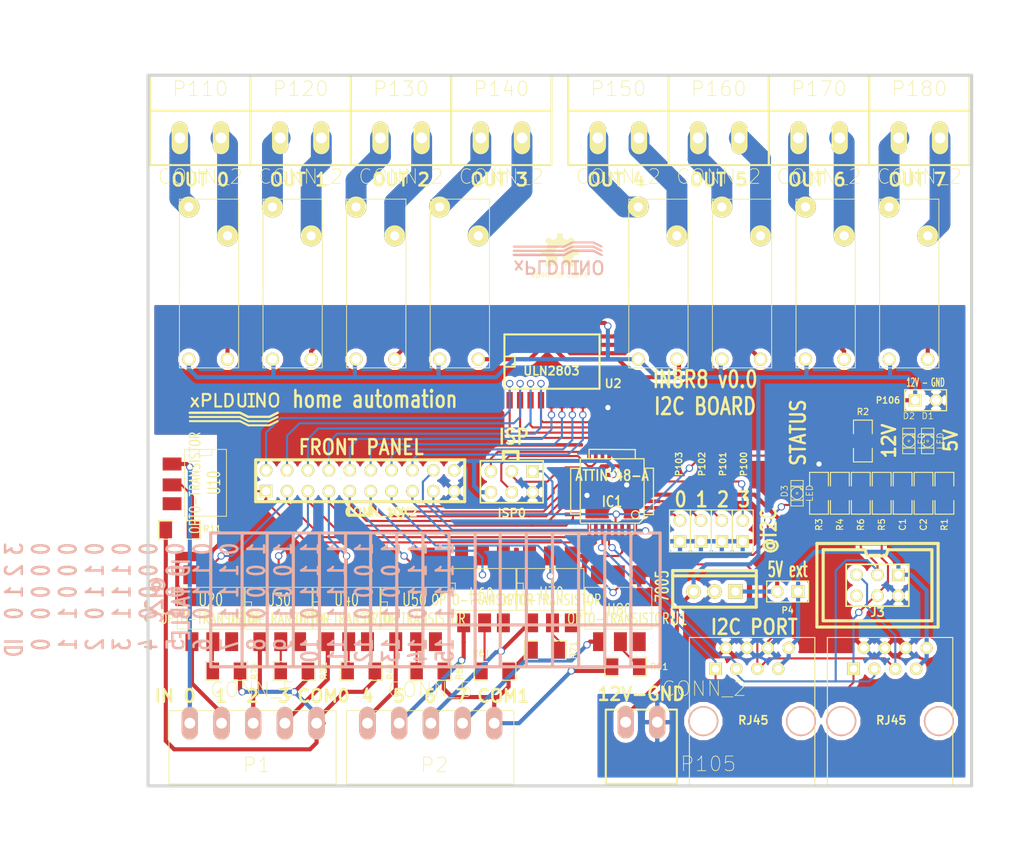
<source format=kicad_pcb>
(kicad_pcb (version 3) (host pcbnew "(2013-mar-13)-testing")
  (title_block (title "4in4out I2C board") (rev 0) (company "XPLDUINO project") (comment 1 "GNU GPL v2") (comment 2 "Domotic Open Source "))
  (layers (15 Dessus signal hide) (0 Dessous signal hide) (18 B.Paste user) (19 F.Paste user) (20 B.SilkS user) (21 F.SilkS user) (22 B.Mask user) (23 F.Mask user) (28 Edge.Cuts user))
  (net 0 "")
  (net 1 +12V)
  (net 2 +5V)
  (net 3 /230_110_1)
  (net 4 /230_110_2)
  (net 5 /230_120_1)
  (net 6 /230_120_2)
  (net 7 /230_130_1)
  (net 8 /230_130_2)
  (net 9 /230_140_1)
  (net 10 /230_140_2)
  (net 11 /230_150_1)
  (net 12 /230_150_2)
  (net 13 /230_160_1)
  (net 14 /230_160_2)
  (net 15 /230_170_1)
  (net 16 /230_170_2)
  (net 17 /230_180_1)
  (net 18 /230_180_2)
  (net 19 /INT)
  (net 20 5V_EXT)
  (net 21 A0)
  (net 22 A1)
  (net 23 A2)
  (net 24 A3)
  (net 25 CMD0)
  (net 26 CMD1)
  (net 27 CMD2)
  (net 28 CMD3)
  (net 29 CMD4)
  (net 30 CMD5)
  (net 31 CMD6)
  (net 32 CMD7)
  (net 33 COM0)
  (net 34 COM1)
  (net 35 GND)
  (net 36 IN0)
  (net 37 IN1)
  (net 38 IN2)
  (net 39 IN3)
  (net 40 IN4)
  (net 41 IN5)
  (net 42 IN6)
  (net 43 IN7)
  (net 44 LED)
  (net 45 MISO)
  (net 46 MOSI)
  (net 47 N-0000049)
  (net 48 N-0000052)
  (net 49 N-0000055)
  (net 50 N-0000056)
  (net 51 N-0000062)
  (net 52 N-0000074)
  (net 53 N-0000075)
  (net 54 N-0000082)
  (net 55 N-0000085)
  (net 56 N-0000088)
  (net 57 N-0000089)
  (net 58 OUT0)
  (net 59 OUT1)
  (net 60 OUT2)
  (net 61 OUT3)
  (net 62 OUT4)
  (net 63 OUT5)
  (net 64 OUT6)
  (net 65 OUT7)
  (net 66 R0)
  (net 67 R1)
  (net 68 R2)
  (net 69 R3)
  (net 70 R4)
  (net 71 R5)
  (net 72 R6)
  (net 73 R7)
  (net 74 RESET)
  (net 75 SCK)
  (net 76 SCL)
  (net 77 SDA)
  (module SOIC18 (layer Dessus) (at 230.632 105.918)
    (fp_text reference U2 (at 7.493 2.667) (layer F.SilkS) (effects (font (size 1.016 1.016) (thickness 0.2032))))
    (fp_text value ULN2803 (at 0 1.143) (layer F.SilkS) (effects (font (size 1.016 1.016) (thickness 0.2032))))
    (pad 1 smd rect (at -5.08 4.7) (size 0.762 2) (layers Dessus F.Paste F.Mask) (net 58 OUT0))
    (pad 2 smd rect (at -3.81 4.699) (size 0.762 2) (layers Dessus F.Paste F.Mask) (net 59 OUT1))
    (pad 3 smd rect (at -2.54 4.699) (size 0.762 2) (layers Dessus F.Paste F.Mask) (net 60 OUT2))
    (pad 4 smd rect (at -1.27 4.699) (size 0.762 2) (layers Dessus F.Paste F.Mask) (net 61 OUT3))
    (pad 5 smd rect (at 0 4.699) (size 0.762 2) (layers Dessus F.Paste F.Mask) (net 62 OUT4))
    (pad 6 smd rect (at 1.27 4.699) (size 0.762 2) (layers Dessus F.Paste F.Mask) (net 63 OUT5))
    (pad 7 smd rect (at 2.54 4.699) (size 0.762 2) (layers Dessus F.Paste F.Mask) (net 64 OUT6))
    (pad 8 smd rect (at 3.81 4.699) (size 0.762 2) (layers Dessus F.Paste F.Mask) (net 65 OUT7))
    (pad 9 smd rect (at 5.08 4.699) (size 0.762 2) (layers Dessus F.Paste F.Mask) (net 35 GND))
    (pad 10 smd rect (at 5.08 -4.699) (size 0.762 2) (layers Dessus F.Paste F.Mask) (net 1 +12V))
    (pad 11 smd rect (at 3.81 -4.699) (size 0.762 2) (layers Dessus F.Paste F.Mask) (net 73 R7))
    (pad 12 smd rect (at 2.54 -4.699) (size 0.762 2) (layers Dessus F.Paste F.Mask) (net 72 R6))
    (pad 18 smd rect (at -5.08 -4.7) (size 0.762 2) (layers Dessus F.Paste F.Mask) (net 66 R0))
    (pad 17 smd rect (at -3.81 -4.699) (size 0.762 2) (layers Dessus F.Paste F.Mask) (net 67 R1))
    (pad 16 smd rect (at -2.54 -4.699) (size 0.762 2) (layers Dessus F.Paste F.Mask) (net 68 R2))
    (pad 15 smd rect (at -1.27 -4.699) (size 0.762 2) (layers Dessus F.Paste F.Mask) (net 69 R3))
    (pad 14 smd rect (at 0 -4.699) (size 0.762 2) (layers Dessus F.Paste F.Mask) (net 70 R4))
    (pad 13 smd rect (at 1.27 -4.699) (size 0.762 2) (layers Dessus F.Paste F.Mask) (net 71 R5))
  )
  (module pin_array_10x2 (layer Dessus) (at 209.931 120.396)
    (fp_text reference P3 (at 1.905 4.064) (layer F.SilkS) (effects (font (size 1.016 1.016) (thickness 0.27432))))
    (fp_text value CONN_10X2 (at 0 3.81) (layer F.SilkS) (effects (font (size 1.016 1.016) (thickness 0.2032))))
    (pad 1 thru_hole rect (at -13.97 1.27) (size 1.524 1.524) (drill 1.016) (layers *.Cu *.Mask F.SilkS) (net 25 CMD0))
    (pad 2 thru_hole circle (at -13.97 -1.27) (size 1.524 1.524) (drill 1.016) (layers *.Cu *.Mask F.SilkS) (net 58 OUT0))
    (pad 3 thru_hole circle (at -11.43 1.27) (size 1.524 1.524) (drill 1.016) (layers *.Cu *.Mask F.SilkS) (net 26 CMD1))
    (pad 4 thru_hole circle (at -11.43 -1.27) (size 1.524 1.524) (drill 1.016) (layers *.Cu *.Mask F.SilkS) (net 59 OUT1))
    (pad 5 thru_hole circle (at -8.89 1.27) (size 1.524 1.524) (drill 1.016) (layers *.Cu *.Mask F.SilkS) (net 27 CMD2))
    (pad 6 thru_hole circle (at -8.89 -1.27) (size 1.524 1.524) (drill 1.016) (layers *.Cu *.Mask F.SilkS) (net 60 OUT2))
    (pad 7 thru_hole circle (at -6.35 1.27) (size 1.524 1.524) (drill 1.016) (layers *.Cu *.Mask F.SilkS) (net 28 CMD3))
    (pad 8 thru_hole circle (at -6.35 -1.27) (size 1.524 1.524) (drill 1.016) (layers *.Cu *.Mask F.SilkS) (net 61 OUT3))
    (pad 9 thru_hole circle (at -3.81 1.27) (size 1.524 1.524) (drill 1.016) (layers *.Cu *.Mask F.SilkS) (net 29 CMD4))
    (pad 10 thru_hole circle (at -3.81 -1.27) (size 1.524 1.524) (drill 1.016) (layers *.Cu *.Mask F.SilkS) (net 62 OUT4))
    (pad 11 thru_hole circle (at -1.27 1.27) (size 1.524 1.524) (drill 1.016) (layers *.Cu *.Mask F.SilkS) (net 30 CMD5))
    (pad 12 thru_hole circle (at -1.27 -1.27) (size 1.524 1.524) (drill 1.016) (layers *.Cu *.Mask F.SilkS) (net 63 OUT5))
    (pad 13 thru_hole circle (at 1.27 1.27) (size 1.524 1.524) (drill 1.016) (layers *.Cu *.Mask F.SilkS) (net 31 CMD6))
    (pad 14 thru_hole circle (at 1.27 -1.27) (size 1.524 1.524) (drill 1.016) (layers *.Cu *.Mask F.SilkS) (net 64 OUT6))
    (pad 15 thru_hole circle (at 3.81 1.27) (size 1.524 1.524) (drill 1.016) (layers *.Cu *.Mask F.SilkS) (net 32 CMD7))
    (pad 16 thru_hole circle (at 3.81 -1.27) (size 1.524 1.524) (drill 1.016) (layers *.Cu *.Mask F.SilkS) (net 65 OUT7))
    (pad 17 thru_hole circle (at 6.35 1.27) (size 1.524 1.524) (drill 1.016) (layers *.Cu *.Mask F.SilkS) (net 74 RESET))
    (pad 18 thru_hole circle (at 6.35 -1.27) (size 1.524 1.524) (drill 1.016) (layers *.Cu *.Mask F.SilkS) (net 44 LED))
    (pad 19 thru_hole circle (at 8.89 1.27) (size 1.524 1.524) (drill 1.016) (layers *.Cu *.Mask F.SilkS) (net 35 GND))
    (pad 20 thru_hole circle (at 8.89 -1.27) (size 1.524 1.524) (drill 1.016) (layers *.Cu *.Mask F.SilkS) (net 2 +5V))
  )
  (module PIN_ARRAY_2X1 (layer Dessus) (at 259.334 133.858 180)
    (fp_text reference P4 (at 0 -2.286 180) (layer F.SilkS) (effects (font (size 0.762 0.762) (thickness 0.1524))))
    (fp_text value CONN_2 hide)
    (pad 1 thru_hole rect (at -1.27 0 180) (size 1.524 1.524) (drill 1.016) (layers *.Cu *.Mask F.SilkS) (net 20 5V_EXT))
    (pad 2 thru_hole circle (at 1.27 0 180) (size 1.524 1.524) (drill 1.016) (layers *.Cu *.Mask F.SilkS) (net 2 +5V))
  )
  (module TQFP32 (layer Dessus) (at 237.998 121.666 180)
    (fp_text reference IC1 (at 0 -1.27 180) (layer F.SilkS) (effects (font (size 1.27 1.016) (thickness 0.2032))))
    (fp_text value ATTINY48-A (at 0 1.905 180) (layer F.SilkS) (effects (font (size 1.27 1.016) (thickness 0.2032))))
    (pad 8 smd rect (at -4.81584 2.77622 180) (size 1.99898 0.44958) (layers Dessus F.Paste F.Mask) (net 63 OUT5))
    (pad 7 smd rect (at -4.81584 1.97612 180) (size 1.99898 0.44958) (layers Dessus F.Paste F.Mask) (net 62 OUT4))
    (pad 6 smd rect (at -4.81584 1.17602 180) (size 1.99898 0.44958) (layers Dessus F.Paste F.Mask) (net 24 A3))
    (pad 5 smd rect (at -4.81584 0.37592 180) (size 1.99898 0.44958) (layers Dessus F.Paste F.Mask) (net 35 GND))
    (pad 4 smd rect (at -4.81584 -0.42418 180) (size 1.99898 0.44958) (layers Dessus F.Paste F.Mask) (net 2 +5V))
    (pad 3 smd rect (at -4.81584 -1.22428 180) (size 1.99898 0.44958) (layers Dessus F.Paste F.Mask) (net 23 A2))
    (pad 2 smd rect (at -4.81584 -2.02438 180) (size 1.99898 0.44958) (layers Dessus F.Paste F.Mask) (net 22 A1))
    (pad 1 smd rect (at -4.81584 -2.82448 180) (size 1.99898 0.44958) (layers Dessus F.Paste F.Mask) (net 21 A0))
    (pad 24 smd rect (at 4.7498 -2.8194 180) (size 1.99898 0.44958) (layers Dessus F.Paste F.Mask) (net 28 CMD3))
    (pad 17 smd rect (at 4.7498 2.794 180) (size 1.99898 0.44958) (layers Dessus F.Paste F.Mask) (net 75 SCK))
    (pad 18 smd rect (at 4.7498 1.9812 180) (size 1.99898 0.44958) (layers Dessus F.Paste F.Mask) (net 2 +5V))
    (pad 19 smd rect (at 4.7498 1.1684 180) (size 1.99898 0.44958) (layers Dessus F.Paste F.Mask) (net 32 CMD7))
    (pad 20 smd rect (at 4.7498 0.381 180) (size 1.99898 0.44958) (layers Dessus F.Paste F.Mask) (net 31 CMD6))
    (pad 21 smd rect (at 4.7498 -0.4318 180) (size 1.99898 0.44958) (layers Dessus F.Paste F.Mask) (net 35 GND))
    (pad 22 smd rect (at 4.7498 -1.2192 180) (size 1.99898 0.44958) (layers Dessus F.Paste F.Mask) (net 30 CMD5))
    (pad 23 smd rect (at 4.7498 -2.032 180) (size 1.99898 0.44958) (layers Dessus F.Paste F.Mask) (net 29 CMD4))
    (pad 32 smd rect (at -2.82448 -4.826 180) (size 0.44958 1.99898) (layers Dessus F.Paste F.Mask) (net 44 LED))
    (pad 31 smd rect (at -2.02692 -4.826 180) (size 0.44958 1.99898) (layers Dessus F.Paste F.Mask) (net 19 /INT))
    (pad 30 smd rect (at -1.22428 -4.826 180) (size 0.44958 1.99898) (layers Dessus F.Paste F.Mask) (net 25 CMD0))
    (pad 29 smd rect (at -0.42672 -4.826 180) (size 0.44958 1.99898) (layers Dessus F.Paste F.Mask) (net 74 RESET))
    (pad 28 smd rect (at 0.37592 -4.826 180) (size 0.44958 1.99898) (layers Dessus F.Paste F.Mask) (net 76 SCL))
    (pad 27 smd rect (at 1.17348 -4.826 180) (size 0.44958 1.99898) (layers Dessus F.Paste F.Mask) (net 77 SDA))
    (pad 26 smd rect (at 1.97612 -4.826 180) (size 0.44958 1.99898) (layers Dessus F.Paste F.Mask) (net 26 CMD1))
    (pad 25 smd rect (at 2.77368 -4.826 180) (size 0.44958 1.99898) (layers Dessus F.Paste F.Mask) (net 27 CMD2))
    (pad 9 smd rect (at -2.8194 4.7752 180) (size 0.44958 1.99898) (layers Dessus F.Paste F.Mask) (net 64 OUT6))
    (pad 10 smd rect (at -2.032 4.7752 180) (size 0.44958 1.99898) (layers Dessus F.Paste F.Mask) (net 65 OUT7))
    (pad 11 smd rect (at -1.2192 4.7752 180) (size 0.44958 1.99898) (layers Dessus F.Paste F.Mask) (net 61 OUT3))
    (pad 12 smd rect (at -0.4318 4.7752 180) (size 0.44958 1.99898) (layers Dessus F.Paste F.Mask) (net 60 OUT2))
    (pad 13 smd rect (at 0.3556 4.7752 180) (size 0.44958 1.99898) (layers Dessus F.Paste F.Mask) (net 59 OUT1))
    (pad 14 smd rect (at 1.1684 4.7752 180) (size 0.44958 1.99898) (layers Dessus F.Paste F.Mask) (net 58 OUT0))
    (pad 15 smd rect (at 1.9812 4.7752 180) (size 0.44958 1.99898) (layers Dessus F.Paste F.Mask) (net 46 MOSI))
    (pad 16 smd rect (at 2.794 4.7752 180) (size 0.44958 1.99898) (layers Dessus F.Paste F.Mask) (net 45 MISO))
  )
  (module CMS-6 (layer Dessus) (at 230.505 133.604)
    (fp_text reference U70 (at 0.127 0.508) (layer F.SilkS) (effects (font (size 1.524 1.016) (thickness 0.1524))))
    (fp_text value OPTO-TRANSISTOR (at 0 1.27) (layer F.SilkS) (effects (font (size 1.27 0.889) (thickness 0.1524))))
    (pad 1 smd rect (at -2.286 4.064) (size 1.5748 2.286) (layers Dessus F.Paste F.Mask) (net 42 IN6))
    (pad 2 smd rect (at 0.254 4.064) (size 1.5748 2.286) (layers Dessus F.Paste F.Mask) (net 47 N-0000049))
    (pad 3 smd rect (at 2.54 4.064) (size 1.5748 2.286) (layers Dessus F.Paste F.Mask))
    (pad 4 smd rect (at 2.54 -4.064) (size 1.5748 2.286) (layers Dessus F.Paste F.Mask) (net 35 GND))
    (pad 5 smd rect (at 0 -4.064) (size 1.5748 2.286) (layers Dessus F.Paste F.Mask) (net 31 CMD6))
    (pad 6 smd rect (at -2.54 -4.064) (size 1.5748 2.286) (layers Dessus F.Paste F.Mask))
  )
  (module CMS-6 (layer Dessus) (at 238.76 135.89)
    (fp_text reference U80 (at 0.127 0.254) (layer F.SilkS) (effects (font (size 1.524 1.016) (thickness 0.1524))))
    (fp_text value OPTO-TRANSISTOR (at 0 1.27) (layer F.SilkS) (effects (font (size 1.27 0.889) (thickness 0.1524))))
    (pad 1 smd rect (at -2.286 4.064) (size 1.5748 2.286) (layers Dessus F.Paste F.Mask) (net 43 IN7))
    (pad 2 smd rect (at 0.254 4.064) (size 1.5748 2.286) (layers Dessus F.Paste F.Mask) (net 48 N-0000052))
    (pad 3 smd rect (at 2.54 4.064) (size 1.5748 2.286) (layers Dessus F.Paste F.Mask))
    (pad 4 smd rect (at 2.54 -4.064) (size 1.5748 2.286) (layers Dessus F.Paste F.Mask) (net 35 GND))
    (pad 5 smd rect (at 0 -4.064) (size 1.5748 2.286) (layers Dessus F.Paste F.Mask) (net 32 CMD7))
    (pad 6 smd rect (at -2.54 -4.064) (size 1.5748 2.286) (layers Dessus F.Paste F.Mask))
  )
  (module CMS-6 (layer Dessus) (at 222.25 133.604)
    (fp_text reference U60 (at -0.127 0.635) (layer F.SilkS) (effects (font (size 1.524 1.016) (thickness 0.1524))))
    (fp_text value OPTO-TRANSISTOR (at 0 1.27) (layer F.SilkS) (effects (font (size 1.27 0.889) (thickness 0.1524))))
    (pad 1 smd rect (at -2.286 4.064) (size 1.5748 2.286) (layers Dessus F.Paste F.Mask) (net 41 IN5))
    (pad 2 smd rect (at 0.254 4.064) (size 1.5748 2.286) (layers Dessus F.Paste F.Mask) (net 51 N-0000062))
    (pad 3 smd rect (at 2.54 4.064) (size 1.5748 2.286) (layers Dessus F.Paste F.Mask))
    (pad 4 smd rect (at 2.54 -4.064) (size 1.5748 2.286) (layers Dessus F.Paste F.Mask) (net 35 GND))
    (pad 5 smd rect (at 0 -4.064) (size 1.5748 2.286) (layers Dessus F.Paste F.Mask) (net 30 CMD5))
    (pad 6 smd rect (at -2.54 -4.064) (size 1.5748 2.286) (layers Dessus F.Paste F.Mask))
  )
  (module CMS-6 (layer Dessus) (at 213.995 135.89)
    (fp_text reference U50 (at 0 -1.016) (layer F.SilkS) (effects (font (size 1.524 1.016) (thickness 0.1524))))
    (fp_text value OPTO-TRANSISTOR (at 0 1.27) (layer F.SilkS) (effects (font (size 1.27 0.889) (thickness 0.1524))))
    (pad 1 smd rect (at -2.286 4.064) (size 1.5748 2.286) (layers Dessus F.Paste F.Mask) (net 40 IN4))
    (pad 2 smd rect (at 0.254 4.064) (size 1.5748 2.286) (layers Dessus F.Paste F.Mask) (net 49 N-0000055))
    (pad 3 smd rect (at 2.54 4.064) (size 1.5748 2.286) (layers Dessus F.Paste F.Mask))
    (pad 4 smd rect (at 2.54 -4.064) (size 1.5748 2.286) (layers Dessus F.Paste F.Mask) (net 35 GND))
    (pad 5 smd rect (at 0 -4.064) (size 1.5748 2.286) (layers Dessus F.Paste F.Mask) (net 29 CMD4))
    (pad 6 smd rect (at -2.54 -4.064) (size 1.5748 2.286) (layers Dessus F.Paste F.Mask))
  )
  (module CMS-6 (layer Dessus) (at 205.74 135.89)
    (fp_text reference U40 (at 0 -1.016) (layer F.SilkS) (effects (font (size 1.524 1.016) (thickness 0.1524))))
    (fp_text value OPTO-TRANSISTOR (at 0 1.27) (layer F.SilkS) (effects (font (size 1.27 0.889) (thickness 0.1524))))
    (pad 1 smd rect (at -2.286 4.064) (size 1.5748 2.286) (layers Dessus F.Paste F.Mask) (net 39 IN3))
    (pad 2 smd rect (at 0.254 4.064) (size 1.5748 2.286) (layers Dessus F.Paste F.Mask) (net 50 N-0000056))
    (pad 3 smd rect (at 2.54 4.064) (size 1.5748 2.286) (layers Dessus F.Paste F.Mask))
    (pad 4 smd rect (at 2.54 -4.064) (size 1.5748 2.286) (layers Dessus F.Paste F.Mask) (net 35 GND))
    (pad 5 smd rect (at 0 -4.064) (size 1.5748 2.286) (layers Dessus F.Paste F.Mask) (net 28 CMD3))
    (pad 6 smd rect (at -2.54 -4.064) (size 1.5748 2.286) (layers Dessus F.Paste F.Mask))
  )
  (module CMS-6 (layer Dessus) (at 197.485 135.89)
    (fp_text reference U30 (at 0 -1.016) (layer F.SilkS) (effects (font (size 1.524 1.016) (thickness 0.1524))))
    (fp_text value OPTO-TRANSISTOR (at 0 1.27) (layer F.SilkS) (effects (font (size 1.27 0.889) (thickness 0.1524))))
    (pad 1 smd rect (at -2.286 4.064) (size 1.5748 2.286) (layers Dessus F.Paste F.Mask) (net 38 IN2))
    (pad 2 smd rect (at 0.254 4.064) (size 1.5748 2.286) (layers Dessus F.Paste F.Mask) (net 55 N-0000085))
    (pad 3 smd rect (at 2.54 4.064) (size 1.5748 2.286) (layers Dessus F.Paste F.Mask))
    (pad 4 smd rect (at 2.54 -4.064) (size 1.5748 2.286) (layers Dessus F.Paste F.Mask) (net 35 GND))
    (pad 5 smd rect (at 0 -4.064) (size 1.5748 2.286) (layers Dessus F.Paste F.Mask) (net 27 CMD2))
    (pad 6 smd rect (at -2.54 -4.064) (size 1.5748 2.286) (layers Dessus F.Paste F.Mask))
  )
  (module CMS-6 (layer Dessus) (at 189.23 135.89)
    (fp_text reference U20 (at 0 -1.016) (layer F.SilkS) (effects (font (size 1.524 1.016) (thickness 0.1524))))
    (fp_text value OPTO-TRANSISTOR (at 0 1.27) (layer F.SilkS) (effects (font (size 1.27 0.889) (thickness 0.1524))))
    (pad 1 smd rect (at -2.286 4.064) (size 1.5748 2.286) (layers Dessus F.Paste F.Mask) (net 37 IN1))
    (pad 2 smd rect (at 0.254 4.064) (size 1.5748 2.286) (layers Dessus F.Paste F.Mask) (net 54 N-0000082))
    (pad 3 smd rect (at 2.54 4.064) (size 1.5748 2.286) (layers Dessus F.Paste F.Mask))
    (pad 4 smd rect (at 2.54 -4.064) (size 1.5748 2.286) (layers Dessus F.Paste F.Mask) (net 35 GND))
    (pad 5 smd rect (at 0 -4.064) (size 1.5748 2.286) (layers Dessus F.Paste F.Mask) (net 26 CMD1))
    (pad 6 smd rect (at -2.54 -4.064) (size 1.5748 2.286) (layers Dessus F.Paste F.Mask))
  )
  (module MOL_CONN_5_MINI (layer Dessus) (at 208.28 149.86)
    (fp_text reference P2 (at 8.128 5.08) (layer F.SilkS) (effects (font (size 1.778 1.778) (thickness 0.0889))))
    (fp_text value CONN_5 (at 7.62 -4.064) (layer F.SilkS) (effects (font (size 1.778 1.778) (thickness 0.0889))))
    (pad 1 thru_hole oval (at 0 0) (size 1.9812 3.9624) (drill 1.320799) (layers *.Cu *.SilkS *.Mask F.Paste) (net 40 IN4))
    (pad 2 thru_hole oval (at 3.85 0) (size 1.9812 3.9624) (drill 1.320799) (layers *.Cu *.SilkS *.Mask F.Paste) (net 41 IN5))
    (pad 3 thru_hole oval (at 7.7 0) (size 1.9812 3.9624) (drill 1.320799) (layers *.Cu *.SilkS *.Mask F.Paste) (net 42 IN6))
    (pad 4 thru_hole oval (at 11.55 0) (size 1.9812 3.9624) (drill 1.320799) (layers *.Cu *.SilkS *.Mask F.Paste) (net 43 IN7))
    (pad 5 thru_hole oval (at 15.4 0) (size 1.9812 3.9624) (drill 1.320799) (layers *.Cu *.SilkS *.Mask F.Paste) (net 34 COM1))
  )
  (module MOL_CONN_5_MINI (layer Dessus) (at 186.69 149.86)
    (fp_text reference P1 (at 8.128 5.08) (layer F.SilkS) (effects (font (size 1.778 1.778) (thickness 0.0889))))
    (fp_text value CONN_5 (at 7.62 -4.064) (layer F.SilkS) (effects (font (size 1.778 1.778) (thickness 0.0889))))
    (pad 1 thru_hole oval (at 0 0) (size 1.9812 3.9624) (drill 1.320799) (layers *.Cu *.SilkS *.Mask F.Paste) (net 36 IN0))
    (pad 2 thru_hole oval (at 3.85 0) (size 1.9812 3.9624) (drill 1.320799) (layers *.Cu *.SilkS *.Mask F.Paste) (net 37 IN1))
    (pad 3 thru_hole oval (at 7.7 0) (size 1.9812 3.9624) (drill 1.320799) (layers *.Cu *.SilkS *.Mask F.Paste) (net 38 IN2))
    (pad 4 thru_hole oval (at 11.55 0) (size 1.9812 3.9624) (drill 1.320799) (layers *.Cu *.SilkS *.Mask F.Paste) (net 39 IN3))
    (pad 5 thru_hole oval (at 15.4 0) (size 1.9812 3.9624) (drill 1.320799) (layers *.Cu *.SilkS *.Mask F.Paste) (net 33 COM0))
  )
  (module HE10-6 (layer Dessus) (at 270.256 133.096 180)
    (fp_text reference J3 (at 0 -3.302 180) (layer F.SilkS) (effects (font (size 1.016 1.016) (thickness 0.2032))))
    (fp_text value CONN_6 hide)
    (pad 1 thru_hole rect (at -2.54 1.27 180) (size 1.524 1.524) (drill 1.016) (layers *.Cu *.Mask F.SilkS) (net 20 5V_EXT))
    (pad 2 thru_hole circle (at -2.54 -1.27 180) (size 1.524 1.524) (drill 1.016) (layers *.Cu *.Mask F.SilkS) (net 35 GND))
    (pad 3 thru_hole circle (at 0 1.27 180) (size 1.524 1.524) (drill 1.016) (layers *.Cu *.Mask F.SilkS) (net 76 SCL))
    (pad 4 thru_hole circle (at 0 -1.27 180) (size 1.524 1.524) (drill 1.016) (layers *.Cu *.Mask F.SilkS) (net 77 SDA))
    (pad 5 thru_hole circle (at 2.54 1.27 180) (size 1.524 1.524) (drill 1.016) (layers *.Cu *.Mask F.SilkS) (net 19 /INT))
    (pad 6 thru_hole circle (at 2.54 -1.27 180) (size 1.524 1.524) (drill 1.016) (layers *.Cu *.Mask F.SilkS))
  )
  (module LED-1206 (layer Dessus) (at 276.352 115.57 90)
    (fp_text reference D1 (at 3.048 0 180) (layer F.SilkS) (effects (font (size 0.762 0.762) (thickness 0.0889))))
    (fp_text value LED (at 0 1.524 90) (layer F.SilkS) (effects (font (size 0.762 0.762) (thickness 0.0889))))
    (pad 1 smd rect (at -1.41986 0 90) (size 1.59766 1.80086) (layers Dessus F.Paste F.Mask) (net 57 N-0000089))
    (pad 2 smd rect (at 1.41986 0 90) (size 1.59766 1.80086) (layers Dessus F.Paste F.Mask) (net 35 GND))
  )
  (module LED-1206 (layer Dessus) (at 274.066 115.57 90)
    (fp_text reference D2 (at 3.048 0 180) (layer F.SilkS) (effects (font (size 0.762 0.762) (thickness 0.0889))))
    (fp_text value LED (at 0 1.524 90) (layer F.SilkS) (effects (font (size 0.762 0.762) (thickness 0.0889))))
    (pad 1 smd rect (at -1.41986 0 90) (size 1.59766 1.80086) (layers Dessus F.Paste F.Mask) (net 56 N-0000088))
    (pad 2 smd rect (at 1.41986 0 90) (size 1.59766 1.80086) (layers Dessus F.Paste F.Mask) (net 35 GND))
  )
  (module LED-1206 (layer Dessus) (at 260.477 121.92 90)
    (fp_text reference D3 (at 0.254 -1.524 90) (layer F.SilkS) (effects (font (size 0.762 0.762) (thickness 0.0889))))
    (fp_text value LED (at 0 1.524 90) (layer F.SilkS) (effects (font (size 0.762 0.762) (thickness 0.0889))))
    (pad 1 smd rect (at -1.41986 0 90) (size 1.59766 1.80086) (layers Dessus F.Paste F.Mask) (net 44 LED))
    (pad 2 smd rect (at 1.41986 0 90) (size 1.59766 1.80086) (layers Dessus F.Paste F.Mask) (net 52 N-0000074))
  )
  (module MOL_CONN_2_VH (layer Dessus) (at 224.536 78.74 180)
    (fp_text reference P140 (at 0 5.969 180) (layer F.SilkS) (effects (font (size 1.778 1.778) (thickness 0.0889))))
    (fp_text value CONN_2 (at 0 -4.699 180) (layer F.SilkS) (effects (font (size 1.778 1.778) (thickness 0.0889))))
    (pad 1 thru_hole oval (at -2.5146 0 180) (size 1.9812 3.9624) (drill 1.320799) (layers *.Cu *.Mask F.Paste F.SilkS) (net 9 /230_140_1))
    (pad 2 thru_hole oval (at 2.4892 0 180) (size 1.9812 3.9624) (drill 1.320799) (layers *.Cu *.Mask F.Paste F.SilkS) (net 10 /230_140_2))
  )
  (module MOL_CONN_2_VH (layer Dessus) (at 212.344 78.74 180)
    (fp_text reference P130 (at 0 5.969 180) (layer F.SilkS) (effects (font (size 1.778 1.778) (thickness 0.0889))))
    (fp_text value CONN_2 (at 0 -4.699 180) (layer F.SilkS) (effects (font (size 1.778 1.778) (thickness 0.0889))))
    (pad 1 thru_hole oval (at -2.5146 0 180) (size 1.9812 3.9624) (drill 1.320799) (layers *.Cu *.Mask F.Paste F.SilkS) (net 7 /230_130_1))
    (pad 2 thru_hole oval (at 2.4892 0 180) (size 1.9812 3.9624) (drill 1.320799) (layers *.Cu *.Mask F.Paste F.SilkS) (net 8 /230_130_2))
  )
  (module MOL_CONN_2_VH (layer Dessus) (at 200.152 78.74 180)
    (fp_text reference P120 (at 0 5.969 180) (layer F.SilkS) (effects (font (size 1.778 1.778) (thickness 0.0889))))
    (fp_text value CONN_2 (at 0 -4.699 180) (layer F.SilkS) (effects (font (size 1.778 1.778) (thickness 0.0889))))
    (pad 1 thru_hole oval (at -2.5146 0 180) (size 1.9812 3.9624) (drill 1.320799) (layers *.Cu *.Mask F.Paste F.SilkS) (net 5 /230_120_1))
    (pad 2 thru_hole oval (at 2.4892 0 180) (size 1.9812 3.9624) (drill 1.320799) (layers *.Cu *.Mask F.Paste F.SilkS) (net 6 /230_120_2))
  )
  (module MOL_CONN_2_VH (layer Dessus) (at 238.76 78.74 180)
    (fp_text reference P150 (at 0 5.969 180) (layer F.SilkS) (effects (font (size 1.778 1.778) (thickness 0.0889))))
    (fp_text value CONN_2 (at 0 -4.699 180) (layer F.SilkS) (effects (font (size 1.778 1.778) (thickness 0.0889))))
    (pad 1 thru_hole oval (at -2.5146 0 180) (size 1.9812 3.9624) (drill 1.320799) (layers *.Cu *.Mask F.Paste F.SilkS) (net 11 /230_150_1))
    (pad 2 thru_hole oval (at 2.4892 0 180) (size 1.9812 3.9624) (drill 1.320799) (layers *.Cu *.Mask F.Paste F.SilkS) (net 12 /230_150_2))
  )
  (module MOL_CONN_2_VH (layer Dessus) (at 187.96 78.74 180)
    (fp_text reference P110 (at 0 5.969 180) (layer F.SilkS) (effects (font (size 1.778 1.778) (thickness 0.0889))))
    (fp_text value CONN_2 (at 0 -4.699 180) (layer F.SilkS) (effects (font (size 1.778 1.778) (thickness 0.0889))))
    (pad 1 thru_hole oval (at -2.5146 0 180) (size 1.9812 3.9624) (drill 1.320799) (layers *.Cu *.Mask F.Paste F.SilkS) (net 3 /230_110_1))
    (pad 2 thru_hole oval (at 2.4892 0 180) (size 1.9812 3.9624) (drill 1.320799) (layers *.Cu *.Mask F.Paste F.SilkS) (net 4 /230_110_2))
  )
  (module MOL_CONN_2_VH (layer Dessus) (at 250.952 78.74 180)
    (fp_text reference P160 (at 0 5.969 180) (layer F.SilkS) (effects (font (size 1.778 1.778) (thickness 0.0889))))
    (fp_text value CONN_2 (at 0 -4.699 180) (layer F.SilkS) (effects (font (size 1.778 1.778) (thickness 0.0889))))
    (pad 1 thru_hole oval (at -2.5146 0 180) (size 1.9812 3.9624) (drill 1.320799) (layers *.Cu *.Mask F.Paste F.SilkS) (net 13 /230_160_1))
    (pad 2 thru_hole oval (at 2.4892 0 180) (size 1.9812 3.9624) (drill 1.320799) (layers *.Cu *.Mask F.Paste F.SilkS) (net 14 /230_160_2))
  )
  (module MOL_CONN_2_VH (layer Dessus) (at 275.336 78.74 180)
    (fp_text reference P180 (at 0 5.969 180) (layer F.SilkS) (effects (font (size 1.778 1.778) (thickness 0.0889))))
    (fp_text value CONN_2 (at 0 -4.699 180) (layer F.SilkS) (effects (font (size 1.778 1.778) (thickness 0.0889))))
    (pad 1 thru_hole oval (at -2.5146 0 180) (size 1.9812 3.9624) (drill 1.320799) (layers *.Cu *.Mask F.Paste F.SilkS) (net 17 /230_180_1))
    (pad 2 thru_hole oval (at 2.4892 0 180) (size 1.9812 3.9624) (drill 1.320799) (layers *.Cu *.Mask F.Paste F.SilkS) (net 18 /230_180_2))
  )
  (module MOL_CONN_2_VH (layer Dessus) (at 263.144 78.74 180)
    (fp_text reference P170 (at 0 5.969 180) (layer F.SilkS) (effects (font (size 1.778 1.778) (thickness 0.0889))))
    (fp_text value CONN_2 (at 0 -4.699 180) (layer F.SilkS) (effects (font (size 1.778 1.778) (thickness 0.0889))))
    (pad 1 thru_hole oval (at -2.5146 0 180) (size 1.9812 3.9624) (drill 1.320799) (layers *.Cu *.Mask F.Paste F.SilkS) (net 15 /230_170_1))
    (pad 2 thru_hole oval (at 2.4892 0 180) (size 1.9812 3.9624) (drill 1.320799) (layers *.Cu *.Mask F.Paste F.SilkS) (net 16 /230_170_2))
  )
  (module PIN_ARRAY_2X1 (layer Dessus) (at 253.873 126.492 90)
    (fp_text reference P100 (at 8.128 0.127 90) (layer F.SilkS) (effects (font (size 0.762 0.762) (thickness 0.1524))))
    (fp_text value CONN_2 hide)
    (pad 1 thru_hole rect (at -1.27 0 90) (size 1.524 1.524) (drill 1.016) (layers *.Cu *.Mask F.SilkS) (net 35 GND))
    (pad 2 thru_hole circle (at 1.27 0 90) (size 1.524 1.524) (drill 1.016) (layers *.Cu *.Mask F.SilkS) (net 24 A3))
  )
  (module PIN_ARRAY_2X1 (layer Dessus) (at 251.333 126.492 90)
    (fp_text reference P101 (at 8.128 0.127 90) (layer F.SilkS) (effects (font (size 0.762 0.762) (thickness 0.1524))))
    (fp_text value CONN_2 hide)
    (pad 1 thru_hole rect (at -1.27 0 90) (size 1.524 1.524) (drill 1.016) (layers *.Cu *.Mask F.SilkS) (net 35 GND))
    (pad 2 thru_hole circle (at 1.27 0 90) (size 1.524 1.524) (drill 1.016) (layers *.Cu *.Mask F.SilkS) (net 23 A2))
  )
  (module PIN_ARRAY_2X1 (layer Dessus) (at 246.253 126.492 90)
    (fp_text reference P103 (at 8.128 -0.127 90) (layer F.SilkS) (effects (font (size 0.762 0.762) (thickness 0.1524))))
    (fp_text value CONN_2 hide)
    (pad 1 thru_hole rect (at -1.27 0 90) (size 1.524 1.524) (drill 1.016) (layers *.Cu *.Mask F.SilkS) (net 35 GND))
    (pad 2 thru_hole circle (at 1.27 0 90) (size 1.524 1.524) (drill 1.016) (layers *.Cu *.Mask F.SilkS) (net 21 A0))
  )
  (module PIN_ARRAY_2X1 (layer Dessus) (at 276.098 110.617)
    (fp_text reference P106 (at -4.572 0) (layer F.SilkS) (effects (font (size 0.762 0.762) (thickness 0.1524))))
    (fp_text value CONN_2 hide)
    (pad 1 thru_hole rect (at -1.27 0) (size 1.524 1.524) (drill 1.016) (layers *.Cu *.Mask F.SilkS) (net 1 +12V))
    (pad 2 thru_hole circle (at 1.27 0) (size 1.524 1.524) (drill 1.016) (layers *.Cu *.Mask F.SilkS) (net 35 GND))
  )
  (module PIN_ARRAY_2X1 (layer Dessus) (at 248.793 126.492 90)
    (fp_text reference P102 (at 8.128 0.127 90) (layer F.SilkS) (effects (font (size 0.762 0.762) (thickness 0.1524))))
    (fp_text value CONN_2 hide)
    (pad 1 thru_hole rect (at -1.27 0 90) (size 1.524 1.524) (drill 1.016) (layers *.Cu *.Mask F.SilkS) (net 35 GND))
    (pad 2 thru_hole circle (at 1.27 0 90) (size 1.524 1.524) (drill 1.016) (layers *.Cu *.Mask F.SilkS) (net 22 A1))
  )
  (module RJ45_8 (layer Dessus) (at 255.016 149.606)
    (fp_text reference J2 (at 0.254 4.826) (layer F.SilkS) (effects (font (size 0.0004 0.0004) (thickness 0.3048))))
    (fp_text value RJ45 (at 0.14224 -0.1016) (layer F.SilkS) (effects (font (size 1.00076 1.00076) (thickness 0.2032))))
    (pad Hole np_thru_hole circle (at 5.93852 0) (size 3.64998 3.64998) (drill 3.251199) (layers *.Cu *.SilkS *.Mask))
    (pad Hole np_thru_hole circle (at -5.9309 0) (size 3.64998 3.64998) (drill 3.251199) (layers *.Cu *.SilkS *.Mask))
    (pad 1 thru_hole rect (at -4.445 -6.35) (size 1.50114 1.50114) (drill 0.899159) (layers *.Cu *.Mask F.SilkS) (net 77 SDA))
    (pad 2 thru_hole circle (at -3.175 -8.89) (size 1.50114 1.50114) (drill 0.899159) (layers *.Cu *.Mask F.SilkS) (net 35 GND))
    (pad 3 thru_hole circle (at -1.905 -6.35) (size 1.50114 1.50114) (drill 0.899159) (layers *.Cu *.Mask F.SilkS) (net 76 SCL))
    (pad 4 thru_hole circle (at -0.635 -8.89) (size 1.50114 1.50114) (drill 0.899159) (layers *.Cu *.Mask F.SilkS) (net 35 GND))
    (pad 5 thru_hole circle (at 0.635 -6.35) (size 1.50114 1.50114) (drill 0.899159) (layers *.Cu *.Mask F.SilkS) (net 19 /INT))
    (pad 6 thru_hole circle (at 1.905 -8.89) (size 1.50114 1.50114) (drill 0.899159) (layers *.Cu *.Mask F.SilkS) (net 35 GND))
    (pad 7 thru_hole circle (at 3.175 -6.35) (size 1.50114 1.50114) (drill 0.899159) (layers *.Cu *.Mask F.SilkS) (net 20 5V_EXT))
    (pad 8 thru_hole circle (at 4.445 -8.89) (size 1.50114 1.50114) (drill 0.899159) (layers *.Cu *.Mask F.SilkS) (net 20 5V_EXT))
  )
  (module RJ45_8 (layer Dessus) (at 271.78 149.606)
    (fp_text reference J1 (at 0.254 4.826) (layer F.SilkS) (effects (font (size 0.0004 0.0004) (thickness 0.3048))))
    (fp_text value RJ45 (at 0.14224 -0.1016) (layer F.SilkS) (effects (font (size 1.00076 1.00076) (thickness 0.2032))))
    (pad Hole np_thru_hole circle (at 5.93852 0) (size 3.64998 3.64998) (drill 3.251199) (layers *.Cu *.SilkS *.Mask))
    (pad Hole np_thru_hole circle (at -5.9309 0) (size 3.64998 3.64998) (drill 3.251199) (layers *.Cu *.SilkS *.Mask))
    (pad 1 thru_hole rect (at -4.445 -6.35) (size 1.50114 1.50114) (drill 0.899159) (layers *.Cu *.Mask F.SilkS) (net 77 SDA))
    (pad 2 thru_hole circle (at -3.175 -8.89) (size 1.50114 1.50114) (drill 0.899159) (layers *.Cu *.Mask F.SilkS) (net 35 GND))
    (pad 3 thru_hole circle (at -1.905 -6.35) (size 1.50114 1.50114) (drill 0.899159) (layers *.Cu *.Mask F.SilkS) (net 76 SCL))
    (pad 4 thru_hole circle (at -0.635 -8.89) (size 1.50114 1.50114) (drill 0.899159) (layers *.Cu *.Mask F.SilkS) (net 35 GND))
    (pad 5 thru_hole circle (at 0.635 -6.35) (size 1.50114 1.50114) (drill 0.899159) (layers *.Cu *.Mask F.SilkS) (net 19 /INT))
    (pad 6 thru_hole circle (at 1.905 -8.89) (size 1.50114 1.50114) (drill 0.899159) (layers *.Cu *.Mask F.SilkS) (net 35 GND))
    (pad 7 thru_hole circle (at 3.175 -6.35) (size 1.50114 1.50114) (drill 0.899159) (layers *.Cu *.Mask F.SilkS) (net 20 5V_EXT))
    (pad 8 thru_hole circle (at 4.445 -8.89) (size 1.50114 1.50114) (drill 0.899159) (layers *.Cu *.Mask F.SilkS) (net 20 5V_EXT))
  )
  (module SM1206 (layer Dessus) (at 215.9 143.51)
    (fp_text reference R51 (at 3.556 0 90) (layer F.SilkS) (effects (font (size 0.762 0.762) (thickness 0.127))))
    (fp_text value 2KR hide)
    (pad 1 smd rect (at -1.651 0) (size 1.524 2.032) (layers Dessus F.Paste F.Mask) (net 49 N-0000055))
    (pad 2 smd rect (at 1.651 0) (size 1.524 2.032) (layers Dessus F.Paste F.Mask) (net 34 COM1))
  )
  (module SM1206 (layer Dessus) (at 265.684 121.92 90)
    (fp_text reference R4 (at -3.81 0 90) (layer F.SilkS) (effects (font (size 0.762 0.762) (thickness 0.127))))
    (fp_text value 10KR hide)
    (pad 1 smd rect (at -1.651 0 90) (size 1.524 2.032) (layers Dessus F.Paste F.Mask) (net 2 +5V))
    (pad 2 smd rect (at 1.651 0 90) (size 1.524 2.032) (layers Dessus F.Paste F.Mask) (net 74 RESET))
  )
  (module SM1206 (layer Dessus) (at 263.144 121.92 90)
    (fp_text reference R3 (at -3.81 0 90) (layer F.SilkS) (effects (font (size 0.762 0.762) (thickness 0.127))))
    (fp_text value 2KR hide)
    (pad 1 smd rect (at -1.651 0 90) (size 1.524 2.032) (layers Dessus F.Paste F.Mask) (net 52 N-0000074))
    (pad 2 smd rect (at 1.651 0 90) (size 1.524 2.032) (layers Dessus F.Paste F.Mask) (net 35 GND))
  )
  (module SM1206 (layer Dessus) (at 275.844 121.92 90)
    (fp_text reference C2 (at -3.81 0 90) (layer F.SilkS) (effects (font (size 0.762 0.762) (thickness 0.127))))
    (fp_text value C hide)
    (pad 1 smd rect (at -1.651 0 90) (size 1.524 2.032) (layers Dessus F.Paste F.Mask) (net 2 +5V))
    (pad 2 smd rect (at 1.651 0 90) (size 1.524 2.032) (layers Dessus F.Paste F.Mask) (net 35 GND))
  )
  (module SM1206 (layer Dessus) (at 273.304 121.92 90)
    (fp_text reference C1 (at -3.81 0 90) (layer F.SilkS) (effects (font (size 0.762 0.762) (thickness 0.127))))
    (fp_text value C hide)
    (pad 1 smd rect (at -1.651 0 90) (size 1.524 2.032) (layers Dessus F.Paste F.Mask) (net 2 +5V))
    (pad 2 smd rect (at 1.651 0 90) (size 1.524 2.032) (layers Dessus F.Paste F.Mask) (net 35 GND))
  )
  (module SM1206 (layer Dessus) (at 268.478 115.57 270)
    (fp_text reference R2 (at -3.556 0 360) (layer F.SilkS) (effects (font (size 0.762 0.762) (thickness 0.127))))
    (fp_text value 4.7KR hide)
    (pad 1 smd rect (at -1.651 0 270) (size 1.524 2.032) (layers Dessus F.Paste F.Mask) (net 1 +12V))
    (pad 2 smd rect (at 1.651 0 270) (size 1.524 2.032) (layers Dessus F.Paste F.Mask) (net 56 N-0000088))
  )
  (module SM1206 (layer Dessus) (at 199.39 143.51)
    (fp_text reference R31 (at 3.556 0 90) (layer F.SilkS) (effects (font (size 0.762 0.762) (thickness 0.127))))
    (fp_text value 2KR hide)
    (pad 1 smd rect (at -1.651 0) (size 1.524 2.032) (layers Dessus F.Paste F.Mask) (net 55 N-0000085))
    (pad 2 smd rect (at 1.651 0) (size 1.524 2.032) (layers Dessus F.Paste F.Mask) (net 33 COM0))
  )
  (module SM1206 (layer Dessus) (at 278.384 121.92 90)
    (fp_text reference R1 (at -3.81 0 90) (layer F.SilkS) (effects (font (size 0.762 0.762) (thickness 0.127))))
    (fp_text value 2KR hide)
    (pad 1 smd rect (at -1.651 0 90) (size 1.524 2.032) (layers Dessus F.Paste F.Mask) (net 2 +5V))
    (pad 2 smd rect (at 1.651 0 90) (size 1.524 2.032) (layers Dessus F.Paste F.Mask) (net 57 N-0000089))
  )
  (module SM1206 (layer Dessus) (at 191.135 143.51)
    (fp_text reference R21 (at 3.429 0 90) (layer F.SilkS) (effects (font (size 0.762 0.762) (thickness 0.127))))
    (fp_text value 2KR hide)
    (pad 1 smd rect (at -1.651 0) (size 1.524 2.032) (layers Dessus F.Paste F.Mask) (net 54 N-0000082))
    (pad 2 smd rect (at 1.651 0) (size 1.524 2.032) (layers Dessus F.Paste F.Mask) (net 33 COM0))
  )
  (module SM1206 (layer Dessus) (at 207.518 143.51)
    (fp_text reference R41 (at 3.556 0 90) (layer F.SilkS) (effects (font (size 0.762 0.762) (thickness 0.127))))
    (fp_text value 2KR hide)
    (pad 1 smd rect (at -1.651 0) (size 1.524 2.032) (layers Dessus F.Paste F.Mask) (net 50 N-0000056))
    (pad 2 smd rect (at 1.651 0) (size 1.524 2.032) (layers Dessus F.Paste F.Mask) (net 33 COM0))
  )
  (module SM1206 (layer Dessus) (at 239.649 143.002 180)
    (fp_text reference R81 (at -4.064 0 180) (layer F.SilkS) (effects (font (size 0.762 0.762) (thickness 0.127))))
    (fp_text value 2KR hide)
    (pad 1 smd rect (at -1.651 0 180) (size 1.524 2.032) (layers Dessus F.Paste F.Mask) (net 48 N-0000052))
    (pad 2 smd rect (at 1.651 0 180) (size 1.524 2.032) (layers Dessus F.Paste F.Mask) (net 34 COM1))
  )
  (module SM1206 (layer Dessus) (at 223.774 143.51)
    (fp_text reference R61 (at -1.651 -2.159 180) (layer F.SilkS) (effects (font (size 0.762 0.762) (thickness 0.127))))
    (fp_text value 2KR hide)
    (pad 1 smd rect (at -1.651 0) (size 1.524 2.032) (layers Dessus F.Paste F.Mask) (net 51 N-0000062))
    (pad 2 smd rect (at 1.651 0) (size 1.524 2.032) (layers Dessus F.Paste F.Mask) (net 34 COM1))
  )
  (module SM1206 (layer Dessus) (at 229.87 140.97 180)
    (fp_text reference R71 (at -3.429 0 270) (layer F.SilkS) (effects (font (size 0.762 0.762) (thickness 0.127))))
    (fp_text value 2KR hide)
    (pad 1 smd rect (at -1.651 0 180) (size 1.524 2.032) (layers Dessus F.Paste F.Mask) (net 47 N-0000049))
    (pad 2 smd rect (at 1.651 0 180) (size 1.524 2.032) (layers Dessus F.Paste F.Mask) (net 34 COM1))
  )
  (module pin_array_3x2 (layer Dessus) (at 225.806 120.523 180)
    (fp_text reference ISP0 (at 0 -3.81 180) (layer F.SilkS) (effects (font (size 1.016 1.016) (thickness 0.2032))))
    (fp_text value CONN_3X2 hide)
    (pad 1 thru_hole rect (at -2.54 1.27 180) (size 1.524 1.524) (drill 1.016) (layers *.Cu *.Mask F.SilkS) (net 74 RESET))
    (pad 2 thru_hole circle (at -2.54 -1.27 180) (size 1.524 1.524) (drill 1.016) (layers *.Cu *.Mask F.SilkS) (net 35 GND))
    (pad 3 thru_hole circle (at 0 1.27 180) (size 1.524 1.524) (drill 1.016) (layers *.Cu *.Mask F.SilkS) (net 75 SCK))
    (pad 4 thru_hole circle (at 0 -1.27 180) (size 1.524 1.524) (drill 1.016) (layers *.Cu *.Mask F.SilkS) (net 46 MOSI))
    (pad 5 thru_hole circle (at 2.54 1.27 180) (size 1.524 1.524) (drill 1.016) (layers *.Cu *.Mask F.SilkS) (net 45 MISO))
    (pad 6 thru_hole circle (at 2.54 -1.27 180) (size 1.524 1.524) (drill 1.016) (layers *.Cu *.Mask F.SilkS) (net 2 +5V))
  )
  (module CMS-6 (layer Dessus) (at 188.595 120.65 270)
    (fp_text reference U10 (at 0 -1.016 270) (layer F.SilkS) (effects (font (size 1.524 1.016) (thickness 0.1524))))
    (fp_text value OPTO-TRANSISTOR (at 0 1.27 270) (layer F.SilkS) (effects (font (size 1.27 0.889) (thickness 0.1524))))
    (pad 1 smd rect (at -2.286 4.064 270) (size 1.5748 2.286) (layers Dessus F.Paste F.Mask) (net 36 IN0))
    (pad 2 smd rect (at 0.254 4.064 270) (size 1.5748 2.286) (layers Dessus F.Paste F.Mask) (net 53 N-0000075))
    (pad 3 smd rect (at 2.54 4.064 270) (size 1.5748 2.286) (layers Dessus F.Paste F.Mask))
    (pad 4 smd rect (at 2.54 -4.064 270) (size 1.5748 2.286) (layers Dessus F.Paste F.Mask) (net 35 GND))
    (pad 5 smd rect (at 0 -4.064 270) (size 1.5748 2.286) (layers Dessus F.Paste F.Mask) (net 25 CMD0))
    (pad 6 smd rect (at -2.54 -4.064 270) (size 1.5748 2.286) (layers Dessus F.Paste F.Mask))
  )
  (module SM1206 (layer Dessus) (at 185.42 126.365 180)
    (fp_text reference R11 (at -4.0005 0.127 180) (layer F.SilkS) (effects (font (size 0.762 0.762) (thickness 0.127))))
    (fp_text value 2KR hide)
    (pad 1 smd rect (at -1.651 0 180) (size 1.524 2.032) (layers Dessus F.Paste F.Mask) (net 53 N-0000075))
    (pad 2 smd rect (at 1.651 0 180) (size 1.524 2.032) (layers Dessus F.Paste F.Mask) (net 33 COM0))
  )
  (module TO220_7805_VERT (layer Dessus) (at 250.444 133.858 90)
    (fp_text reference U1 (at -3.302 -4.318 180) (layer F.SilkS) (effects (font (size 1.524 1.016) (thickness 0.2032))))
    (fp_text value 7805 (at 0.635 -6.35 90) (layer F.SilkS) (effects (font (size 1.524 1.016) (thickness 0.2032))))
    (pad VI thru_hole circle (at 0 -2.54 90) (size 1.778 1.778) (drill 1.016) (layers *.Cu *.Mask F.SilkS) (net 1 +12V))
    (pad GND thru_hole circle (at 0 0 90) (size 1.778 1.778) (drill 1.016) (layers *.Cu *.Mask F.SilkS) (net 35 GND))
    (pad VO thru_hole rect (at 0 2.54 90) (size 1.778 1.778) (drill 1.016) (layers *.Cu *.Mask F.SilkS) (net 2 +5V))
  )
  (module SM1206 (layer Dessus) (at 270.764 121.92 270)
    (fp_text reference R5 (at 3.81 0 270) (layer F.SilkS) (effects (font (size 0.762 0.762) (thickness 0.127))))
    (fp_text value 10KR hide)
    (pad 1 smd rect (at -1.651 0 270) (size 1.524 2.032) (layers Dessus F.Paste F.Mask) (net 2 +5V))
    (pad 2 smd rect (at 1.651 0 270) (size 1.524 2.032) (layers Dessus F.Paste F.Mask) (net 77 SDA))
  )
  (module SM1206 (layer Dessus) (at 268.224 121.92 270)
    (fp_text reference R6 (at 3.81 0 270) (layer F.SilkS) (effects (font (size 0.762 0.762) (thickness 0.127))))
    (fp_text value 10KR hide)
    (pad 1 smd rect (at -1.651 0 270) (size 1.524 2.032) (layers Dessus F.Paste F.Mask) (net 2 +5V))
    (pad 2 smd rect (at 1.651 0 270) (size 1.524 2.032) (layers Dessus F.Paste F.Mask) (net 76 SCL))
  )
  (module logo_xplduino (layer Dessus) (at 192.024 112.395)
    (fp_text reference logo_xplduino hide)
    (fp_text value VAL** hide)
  )
  (module logo_xplduino (layer Dessous) (at 231.394 92.71)
    (fp_text reference logo_xplduino hide)
    (fp_text value VAL** hide)
  )
  (module G5T-1-12VDC (layer Dessus) (at 185.42 106.68 90)
    (fp_text reference K110 (at 9.99998 -1.19888 90) (layer F.SilkS) (effects (font (size 0.0004 0.0004) (thickness 0.3048))))
    (fp_text value G5T-1-12VDC (at 10.39876 3.8989 90) (layer F.SilkS) (effects (font (size 0.0004 0.0004) (thickness 0.3048))))
    (pad 1 thru_hole circle (at 1.04902 1.15062 90) (size 1.6002 1.6002) (drill 1.09982) (layers *.Cu *.Mask F.SilkS) (net 1 +12V))
    (pad 2 thru_hole circle (at 1.04902 5.84962 90) (size 1.6002 1.6002) (drill 1.09982) (layers *.Cu *.Mask F.SilkS) (net 66 R0))
    (pad 3 thru_hole circle (at 16.05026 5.84962 90) (size 2.54 2.54) (drill 1.09982) (layers *.Cu *.Mask F.SilkS) (net 3 /230_110_1))
    (pad 4 thru_hole circle (at 19.55038 1.15062 90) (size 2.54 2.54) (drill 1.09982) (layers *.Cu *.Mask F.SilkS) (net 4 /230_110_2))
  )
  (module G5T-1-12VDC (layer Dessus) (at 195.58 106.68 90)
    (fp_text reference K120 (at 9.99998 -1.19888 90) (layer F.SilkS) (effects (font (size 0.0004 0.0004) (thickness 0.3048))))
    (fp_text value G5T-1-12VDC (at 10.39876 3.8989 90) (layer F.SilkS) (effects (font (size 0.0004 0.0004) (thickness 0.3048))))
    (pad 1 thru_hole circle (at 1.04902 1.15062 90) (size 1.6002 1.6002) (drill 1.09982) (layers *.Cu *.Mask F.SilkS) (net 1 +12V))
    (pad 2 thru_hole circle (at 1.04902 5.84962 90) (size 1.6002 1.6002) (drill 1.09982) (layers *.Cu *.Mask F.SilkS) (net 67 R1))
    (pad 3 thru_hole circle (at 16.05026 5.84962 90) (size 2.54 2.54) (drill 1.09982) (layers *.Cu *.Mask F.SilkS) (net 5 /230_120_1))
    (pad 4 thru_hole circle (at 19.55038 1.15062 90) (size 2.54 2.54) (drill 1.09982) (layers *.Cu *.Mask F.SilkS) (net 6 /230_120_2))
  )
  (module G5T-1-12VDC (layer Dessus) (at 205.74 106.68 90)
    (fp_text reference K130 (at 9.99998 -1.19888 90) (layer F.SilkS) (effects (font (size 0.0004 0.0004) (thickness 0.3048))))
    (fp_text value G5T-1-12VDC (at 10.39876 3.8989 90) (layer F.SilkS) (effects (font (size 0.0004 0.0004) (thickness 0.3048))))
    (pad 1 thru_hole circle (at 1.04902 1.15062 90) (size 1.6002 1.6002) (drill 1.09982) (layers *.Cu *.Mask F.SilkS) (net 1 +12V))
    (pad 2 thru_hole circle (at 1.04902 5.84962 90) (size 1.6002 1.6002) (drill 1.09982) (layers *.Cu *.Mask F.SilkS) (net 68 R2))
    (pad 3 thru_hole circle (at 16.05026 5.84962 90) (size 2.54 2.54) (drill 1.09982) (layers *.Cu *.Mask F.SilkS) (net 7 /230_130_1))
    (pad 4 thru_hole circle (at 19.55038 1.15062 90) (size 2.54 2.54) (drill 1.09982) (layers *.Cu *.Mask F.SilkS) (net 8 /230_130_2))
  )
  (module G5T-1-12VDC (layer Dessus) (at 215.9 106.68 90)
    (fp_text reference K140 (at 9.99998 -1.19888 90) (layer F.SilkS) (effects (font (size 0.0004 0.0004) (thickness 0.3048))))
    (fp_text value G5T-1-12VDC (at 10.39876 3.8989 90) (layer F.SilkS) (effects (font (size 0.0004 0.0004) (thickness 0.3048))))
    (pad 1 thru_hole circle (at 1.04902 1.15062 90) (size 1.6002 1.6002) (drill 1.09982) (layers *.Cu *.Mask F.SilkS) (net 1 +12V))
    (pad 2 thru_hole circle (at 1.04902 5.84962 90) (size 1.6002 1.6002) (drill 1.09982) (layers *.Cu *.Mask F.SilkS) (net 69 R3))
    (pad 3 thru_hole circle (at 16.05026 5.84962 90) (size 2.54 2.54) (drill 1.09982) (layers *.Cu *.Mask F.SilkS) (net 9 /230_140_1))
    (pad 4 thru_hole circle (at 19.55038 1.15062 90) (size 2.54 2.54) (drill 1.09982) (layers *.Cu *.Mask F.SilkS) (net 10 /230_140_2))
  )
  (module G5T-1-12VDC (layer Dessus) (at 240.03 106.68 90)
    (fp_text reference K150 (at 9.99998 -1.19888 90) (layer F.SilkS) (effects (font (size 0.0004 0.0004) (thickness 0.3048))))
    (fp_text value G5T-1-12VDC (at 10.39876 3.8989 90) (layer F.SilkS) (effects (font (size 0.0004 0.0004) (thickness 0.3048))))
    (pad 1 thru_hole circle (at 1.04902 1.15062 90) (size 1.6002 1.6002) (drill 1.09982) (layers *.Cu *.Mask F.SilkS) (net 1 +12V))
    (pad 2 thru_hole circle (at 1.04902 5.84962 90) (size 1.6002 1.6002) (drill 1.09982) (layers *.Cu *.Mask F.SilkS) (net 70 R4))
    (pad 3 thru_hole circle (at 16.05026 5.84962 90) (size 2.54 2.54) (drill 1.09982) (layers *.Cu *.Mask F.SilkS) (net 11 /230_150_1))
    (pad 4 thru_hole circle (at 19.55038 1.15062 90) (size 2.54 2.54) (drill 1.09982) (layers *.Cu *.Mask F.SilkS) (net 12 /230_150_2))
  )
  (module G5T-1-12VDC (layer Dessus) (at 250.19 106.68 90)
    (fp_text reference K160 (at 9.99998 -1.19888 90) (layer F.SilkS) (effects (font (size 0.0004 0.0004) (thickness 0.3048))))
    (fp_text value G5T-1-12VDC (at 10.39876 3.8989 90) (layer F.SilkS) (effects (font (size 0.0004 0.0004) (thickness 0.3048))))
    (pad 1 thru_hole circle (at 1.04902 1.15062 90) (size 1.6002 1.6002) (drill 1.09982) (layers *.Cu *.Mask F.SilkS) (net 1 +12V))
    (pad 2 thru_hole circle (at 1.04902 5.84962 90) (size 1.6002 1.6002) (drill 1.09982) (layers *.Cu *.Mask F.SilkS) (net 71 R5))
    (pad 3 thru_hole circle (at 16.05026 5.84962 90) (size 2.54 2.54) (drill 1.09982) (layers *.Cu *.Mask F.SilkS) (net 13 /230_160_1))
    (pad 4 thru_hole circle (at 19.55038 1.15062 90) (size 2.54 2.54) (drill 1.09982) (layers *.Cu *.Mask F.SilkS) (net 14 /230_160_2))
  )
  (module G5T-1-12VDC (layer Dessus) (at 260.35 106.68 90)
    (fp_text reference K170 (at 9.99998 -1.19888 90) (layer F.SilkS) (effects (font (size 0.0004 0.0004) (thickness 0.3048))))
    (fp_text value G5T-1-12VDC (at 10.39876 3.8989 90) (layer F.SilkS) (effects (font (size 0.0004 0.0004) (thickness 0.3048))))
    (pad 1 thru_hole circle (at 1.04902 1.15062 90) (size 1.6002 1.6002) (drill 1.09982) (layers *.Cu *.Mask F.SilkS) (net 1 +12V))
    (pad 2 thru_hole circle (at 1.04902 5.84962 90) (size 1.6002 1.6002) (drill 1.09982) (layers *.Cu *.Mask F.SilkS) (net 72 R6))
    (pad 3 thru_hole circle (at 16.05026 5.84962 90) (size 2.54 2.54) (drill 1.09982) (layers *.Cu *.Mask F.SilkS) (net 15 /230_170_1))
    (pad 4 thru_hole circle (at 19.55038 1.15062 90) (size 2.54 2.54) (drill 1.09982) (layers *.Cu *.Mask F.SilkS) (net 16 /230_170_2))
  )
  (module G5T-1-12VDC (layer Dessus) (at 270.51 106.68 90)
    (fp_text reference K180 (at 9.99998 -1.19888 90) (layer F.SilkS) (effects (font (size 0.0004 0.0004) (thickness 0.3048))))
    (fp_text value G5T-1-12VDC (at 10.39876 3.8989 90) (layer F.SilkS) (effects (font (size 0.0004 0.0004) (thickness 0.3048))))
    (pad 1 thru_hole circle (at 1.04902 1.15062 90) (size 1.6002 1.6002) (drill 1.09982) (layers *.Cu *.Mask F.SilkS) (net 1 +12V))
    (pad 2 thru_hole circle (at 1.04902 5.84962 90) (size 1.6002 1.6002) (drill 1.09982) (layers *.Cu *.Mask F.SilkS) (net 73 R7))
    (pad 3 thru_hole circle (at 16.05026 5.84962 90) (size 2.54 2.54) (drill 1.09982) (layers *.Cu *.Mask F.SilkS) (net 17 /230_180_1))
    (pad 4 thru_hole circle (at 19.55038 1.15062 90) (size 2.54 2.54) (drill 1.09982) (layers *.Cu *.Mask F.SilkS) (net 18 /230_180_2))
  )
  (module MOL_CONN_2_MINI (layer Dessus) (at 241.554 149.733)
    (fp_text reference P105 (at 8.128 5.08) (layer F.SilkS) (effects (font (size 1.778 1.778) (thickness 0.0889))))
    (fp_text value CONN_2 (at 7.62 -4.064) (layer F.SilkS) (effects (font (size 1.778 1.778) (thickness 0.0889))))
    (pad 1 thru_hole oval (at -1.905 0) (size 1.9812 3.9624) (drill 1.320799) (layers *.Cu *.SilkS *.Mask F.Paste) (net 1 +12V))
    (pad 2 thru_hole oval (at 1.945 0) (size 1.9812 3.9624) (drill 1.320799) (layers *.Cu *.SilkS *.Mask F.Paste) (net 35 GND))
  )
  (module OSHWLOGO0.3IN (layer Dessus) (at 227.838 89.408)
    (fp_text reference G*** hide)
    (fp_text value LOGO hide)
  )
  (gr_line (start 189.23 137.922) (end 243.84 137.922) (angle 90) (layer B.SilkS) (width 0.381))
  (gr_line (start 227.584 143.002) (end 227.584 126.873) (angle 90) (layer B.SilkS) (width 0.381))
  (gr_line (start 193.04 126.746) (end 193.04 143.002) (angle 90) (layer B.SilkS) (width 0.381))
  (gr_line (start 196.088 143.002) (end 196.088 126.746) (angle 90) (layer B.SilkS) (width 0.381))
  (gr_line (start 199.263 126.746) (end 199.263 143.002) (angle 90) (layer B.SilkS) (width 0.381))
  (gr_line (start 202.438 143.002) (end 202.438 126.746) (angle 90) (layer B.SilkS) (width 0.381))
  (gr_line (start 205.613 126.746) (end 205.613 143.002) (angle 90) (layer B.SilkS) (width 0.381))
  (gr_line (start 208.661 126.746) (end 208.788 126.746) (angle 90) (layer B.SilkS) (width 0.381))
  (gr_line (start 208.661 143.002) (end 208.661 126.746) (angle 90) (layer B.SilkS) (width 0.381))
  (gr_line (start 211.836 126.746) (end 211.836 143.002) (angle 90) (layer B.SilkS) (width 0.381))
  (gr_line (start 215.011 126.873) (end 215.011 126.746) (angle 90) (layer B.SilkS) (width 0.381))
  (gr_line (start 215.011 143.002) (end 215.011 126.873) (angle 90) (layer B.SilkS) (width 0.381))
  (gr_line (start 218.186 143.002) (end 218.186 126.746) (angle 90) (layer B.SilkS) (width 0.381))
  (gr_line (start 221.361 126.746) (end 221.488 126.746) (angle 90) (layer B.SilkS) (width 0.381))
  (gr_line (start 221.361 143.002) (end 221.361 126.746) (angle 90) (layer B.SilkS) (width 0.381))
  (gr_line (start 224.409 143.002) (end 224.536 143.002) (angle 90) (layer B.SilkS) (width 0.381))
  (gr_line (start 224.409 126.746) (end 224.409 143.002) (angle 90) (layer B.SilkS) (width 0.381))
  (gr_line (start 230.759 126.873) (end 230.759 143.002) (angle 90) (layer B.SilkS) (width 0.381))
  (gr_line (start 233.934 126.746) (end 234.061 126.746) (angle 90) (layer B.SilkS) (width 0.381))
  (gr_line (start 233.934 143.002) (end 233.934 126.746) (angle 90) (layer B.SilkS) (width 0.381))
  (gr_line (start 237.109 143.002) (end 237.236 143.002) (angle 90) (layer B.SilkS) (width 0.381))
  (gr_line (start 237.109 126.746) (end 237.109 143.002) (angle 90) (layer B.SilkS) (width 0.381))
  (gr_line (start 236.982 126.746) (end 237.236 126.746) (angle 90) (layer B.SilkS) (width 0.381))
  (gr_line (start 240.284 143.002) (end 240.284 126.746) (angle 90) (layer B.SilkS) (width 0.381))
  (gr_line (start 243.84 143.002) (end 243.586 143.002) (angle 90) (layer B.SilkS) (width 0.381))
  (gr_line (start 243.84 126.746) (end 243.84 143.002) (angle 90) (layer B.SilkS) (width 0.381))
  (gr_line (start 189.23 126.746) (end 243.84 126.746) (angle 90) (layer B.SilkS) (width 0.381))
  (gr_line (start 189.23 143.002) (end 189.23 126.746) (angle 90) (layer B.SilkS) (width 0.381))
  (gr_line (start 243.586 143.002) (end 189.23 143.002) (angle 90) (layer B.SilkS) (width 0.381))
  (gr_text "@I2C\nID TABLE" (at 184.023 134.874 90) (layer B.SilkS) (effects (font (size 2.032 1.524) (thickness 0.3048)) (justify mirror)))
  (gr_text "3 2 1 0  ID\n0 0 0 0  0\n0 0 0 1  1\n0 1 1 0  2\n0 1 1 1  3\n0 0 0 0  4\n0 0 0 1  5\n0 1 1 0  6\n0 1 1 1  7\n1 0 0 0  8\n1 0 0 1  9\n1 1 1 0  10\n1 1 1 1  11\n1 0 0 0  12\n1 0 0 1  13\n1 1 1 0  14\n1 1 1 1  15" (at 191.516 127.762 90) (layer B.SilkS) (effects (font (size 2.032 1.524) (thickness 0.3048)) (justify left mirror)))
  (gr_text "home automation" (at 209.169 110.49) (layer F.SilkS) (effects (font (size 2.032 1.524) (thickness 0.3048))))
  (gr_text "IN8R8 v0.0\nI2C BOARD" (at 249.301 109.728) (layer F.SilkS) (effects (font (size 2.032 1.524) (thickness 0.3048))))
  (gr_text "5V ext" (at 259.334 131.191) (layer F.SilkS) (effects (font (size 1.8 1) (thickness 0.25))))
  (gr_text "12V - GND" (at 276.098 108.458) (layer F.SilkS) (effects (font (size 1 0.54) (thickness 0.135))))
  (gr_text 12V-GND (at 241.554 146.304) (layer F.SilkS) (effects (font (size 1.6 1.5) (thickness 0.3))))
  (gr_text "I2C PORT" (at 255.27 138.176) (layer F.SilkS) (effects (font (size 1.8 1.5) (thickness 0.3))))
  (gr_line (start 226.568 116.84) (end 226.568 117.856) (angle 90) (layer F.SilkS) (width 0.381))
  (gr_line (start 224.79 116.84) (end 226.568 116.84) (angle 90) (layer F.SilkS) (width 0.381))
  (gr_line (start 224.79 117.856) (end 224.79 116.84) (angle 90) (layer F.SilkS) (width 0.381))
  (gr_text ISP (at 226.06 115.062) (layer F.SilkS) (effects (font (size 1.8 1.5) (thickness 0.3))))
  (gr_text "FRONT PANEL" (at 207.518 116.332) (layer F.SilkS) (effects (font (size 1.8 1.5) (thickness 0.3))))
  (gr_text 12V (at 271.653 115.57 90) (layer F.SilkS) (effects (font (size 1.6 1.5) (thickness 0.3))))
  (gr_text 5V (at 279.146 115.51 90) (layer F.SilkS) (effects (font (size 1.6 1.5) (thickness 0.3))))
  (gr_text STATUS (at 260.604 114.554 90) (layer F.SilkS) (effects (font (size 1.8 1.5) (thickness 0.3))))
  (gr_text @I2C (at 257.048 126.492 90) (layer F.SilkS) (effects (font (size 1.8 1.5) (thickness 0.3))))
  (gr_text "0 1 2 3" (at 250.19 122.682) (layer F.SilkS) (effects (font (size 1.8 1.5) (thickness 0.3))))
  (gr_text "OUT 7" (at 275.082 83.82) (layer F.SilkS) (effects (font (thickness 0.3048))))
  (gr_text "OUT 6" (at 262.89 83.82) (layer F.SilkS) (effects (font (thickness 0.3048))))
  (gr_text "OUT 5" (at 250.952 83.82) (layer F.SilkS) (effects (font (thickness 0.3048))))
  (gr_text "OUT 4" (at 238.506 83.82) (layer F.SilkS) (effects (font (thickness 0.3048))))
  (gr_text "OUT 3" (at 224.282 83.82) (layer F.SilkS) (effects (font (thickness 0.3048))))
  (gr_text "OUT 2" (at 212.344 83.82) (layer F.SilkS) (effects (font (thickness 0.3048))))
  (gr_text "OUT 1" (at 199.898 83.82) (layer F.SilkS) (effects (font (thickness 0.3048))))
  (gr_text "OUT 0" (at 187.96 83.82) (layer F.SilkS) (effects (font (thickness 0.3048))))
  (gr_text COM1 (at 224.79 146.558) (layer F.SilkS) (effects (font (thickness 0.3048))))
  (gr_text 7 (at 219.71 146.558) (layer F.SilkS) (effects (font (thickness 0.3048))))
  (gr_text 6 (at 215.9 146.558) (layer F.SilkS) (effects (font (thickness 0.3048))))
  (gr_text 5 (at 212.09 146.558) (layer F.SilkS) (effects (font (thickness 0.3048))))
  (gr_text 4 (at 208.28 146.558) (layer F.SilkS) (effects (font (thickness 0.3048))))
  (gr_text COM0 (at 202.946 146.558) (layer F.SilkS) (effects (font (thickness 0.3048))))
  (gr_text 3 (at 198.12 146.558) (layer F.SilkS) (effects (font (thickness 0.3048))))
  (gr_text 2 (at 194.31 146.558) (layer F.SilkS) (effects (font (thickness 0.3048))))
  (gr_text 1 (at 190.5 146.558) (layer F.SilkS) (effects (font (thickness 0.3048))))
  (gr_text "IN 0" (at 184.912 146.558) (layer F.SilkS) (effects (font (thickness 0.3048))))
  (gr_line (start 208.661 122.936) (end 208.788 122.936) (angle 90) (layer F.SilkS) (width 0.381))
  (gr_line (start 208.661 124.587) (end 208.661 122.936) (angle 90) (layer F.SilkS) (width 0.381))
  (gr_line (start 208.534 124.587) (end 208.661 124.587) (angle 90) (layer F.SilkS) (width 0.381))
  (gr_line (start 205.994 124.587) (end 208.534 124.587) (angle 90) (layer F.SilkS) (width 0.381))
  (gr_line (start 205.994 122.936) (end 205.994 124.587) (angle 90) (layer F.SilkS) (width 0.381))
  (gr_line (start 181.61 157.48) (end 281.686 157.48) (angle 90) (layer Edge.Cuts) (width 0.381))
  (gr_line (start 181.61 71.12) (end 281.686 71.12) (angle 90) (layer Edge.Cuts) (width 0.381))
  (gr_line (start 281.686 71.12) (end 281.432 71.12) (angle 90) (layer Edge.Cuts) (width 0.381))
  (gr_line (start 281.686 157.48) (end 281.686 71.12) (angle 90) (layer Edge.Cuts) (width 0.381))
  (gr_line (start 181.61 157.48) (end 181.61 71.12) (angle 90) (layer Edge.Cuts) (width 0.381))
  (segment (start 271.145 110.617) (end 270.129 110.617) (width 0.50038) (layer Dessus) (net 1))
  (segment (start 274.828 110.617) (end 271.145 110.617) (width 0.50038) (layer Dessus) (net 1))
  (segment (start 268.478 112.268) (end 268.478 113.919) (width 0.50038) (layer Dessus) (net 1))
  (segment (start 270.129 110.617) (end 268.478 112.268) (width 0.50038) (layer Dessus) (net 1))
  (segment (start 239.649 149.733) (end 239.649 148.971) (width 0.50038) (layer Dessus) (net 1))
  (segment (start 245.872 135.89) (end 247.904 133.858) (width 0.50038) (layer Dessus) (net 1))
  (segment (start 245.872 141.478) (end 245.872 135.89) (width 0.50038) (layer Dessus) (net 1))
  (segment (start 245.872 142.748) (end 245.872 141.478) (width 0.50038) (layer Dessus) (net 1))
  (segment (start 239.649 148.971) (end 245.872 142.748) (width 0.50038) (layer Dessus) (net 1))
  (segment (start 235.712 101.219) (end 237.109 101.219) (width 0.50038) (layer Dessus) (net 1))
  (segment (start 237.49 101.6) (end 237.49 105.63098) (width 0.50038) (layer Dessous) (net 1))
  (via (at 237.49 101.6) (size 0.889) (layers Dessus Dessous) (net 1))
  (segment (start 237.109 101.219) (end 237.49 101.6) (width 0.50038) (layer Dessus) (net 1))
  (segment (start 237.49 105.63098) (end 237.49 105.41) (width 0.50038) (layer Dessous) (net 1))
  (segment (start 237.49 105.41) (end 237.49 105.63098) (width 0.50038) (layer Dessous) (net 1))
  (segment (start 255.778 107.823) (end 255.778 108.458) (width 0.50038) (layer Dessous) (net 1))
  (segment (start 255.778 108.458) (end 255.778 110.236) (width 0.50038) (layer Dessous) (net 1))
  (segment (start 255.778 107.823) (end 255.778 107.95) (width 0.50038) (layer Dessous) (net 1))
  (segment (start 255.778 107.95) (end 255.778 107.823) (width 0.50038) (layer Dessous) (net 1))
  (segment (start 247.904 133.858) (end 247.904 132.08) (width 0.50038) (layer Dessous) (net 1))
  (segment (start 247.904 132.08) (end 249.428 130.556) (width 0.50038) (layer Dessous) (net 1))
  (segment (start 249.428 130.556) (end 254.762 130.556) (width 0.50038) (layer Dessous) (net 1))
  (segment (start 254.762 130.556) (end 255.778 129.54) (width 0.50038) (layer Dessous) (net 1))
  (segment (start 255.778 129.54) (end 255.778 110.236) (width 0.50038) (layer Dessous) (net 1))
  (segment (start 255.778 110.236) (end 255.778 110.06836) (width 0.50038) (layer Dessous) (net 1))
  (segment (start 241.18062 105.63098) (end 243.37264 107.823) (width 0.50038) (layer Dessous) (net 1))
  (segment (start 243.967 107.823) (end 251.206 107.823) (width 0.50038) (layer Dessous) (net 1))
  (segment (start 243.967 107.823) (end 243.37264 107.823) (width 0.50038) (layer Dessous) (net 1))
  (segment (start 251.206 107.823) (end 251.206 105.7656) (width 0.50038) (layer Dessous) (net 1))
  (segment (start 251.206 105.7656) (end 251.34062 105.63098) (width 0.50038) (layer Dessous) (net 1))
  (segment (start 271.78 107.823) (end 271.78 105.75036) (width 0.50038) (layer Dessous) (net 1))
  (segment (start 271.78 105.75036) (end 271.66062 105.63098) (width 0.50038) (layer Dessous) (net 1))
  (segment (start 261.62 107.823) (end 261.62 105.75036) (width 0.50038) (layer Dessous) (net 1))
  (segment (start 261.62 105.75036) (end 261.50062 105.63098) (width 0.50038) (layer Dessous) (net 1))
  (segment (start 251.206 105.7656) (end 251.34062 105.63098) (width 0.50038) (layer Dessous) (net 1))
  (segment (start 216.916 107.823) (end 216.916 105.7656) (width 0.50038) (layer Dessous) (net 1))
  (segment (start 216.916 105.7656) (end 217.05062 105.63098) (width 0.50038) (layer Dessous) (net 1))
  (segment (start 206.756 107.823) (end 206.756 105.7656) (width 0.50038) (layer Dessous) (net 1))
  (segment (start 206.756 105.7656) (end 206.89062 105.63098) (width 0.50038) (layer Dessous) (net 1))
  (segment (start 252.476 107.823) (end 251.206 107.823) (width 0.50038) (layer Dessous) (net 1))
  (segment (start 252.476 107.823) (end 255.778 107.823) (width 0.50038) (layer Dessous) (net 1))
  (segment (start 255.778 107.823) (end 256.413 107.823) (width 0.50038) (layer Dessous) (net 1))
  (segment (start 256.413 107.823) (end 256.921 107.823) (width 0.50038) (layer Dessous) (net 1))
  (segment (start 256.921 107.823) (end 261.62 107.823) (width 0.50038) (layer Dessous) (net 1))
  (segment (start 196.85 107.823) (end 206.756 107.823) (width 0.50038) (layer Dessous) (net 1))
  (segment (start 206.756 107.823) (end 216.916 107.823) (width 0.50038) (layer Dessous) (net 1))
  (segment (start 216.916 107.823) (end 223.901 107.823) (width 0.50038) (layer Dessous) (net 1))
  (segment (start 223.901 107.823) (end 226.09302 105.63098) (width 0.50038) (layer Dessous) (net 1))
  (segment (start 226.09302 105.63098) (end 237.49 105.63098) (width 0.50038) (layer Dessous) (net 1))
  (segment (start 237.49 105.63098) (end 238.506 105.63098) (width 0.50038) (layer Dessous) (net 1))
  (segment (start 238.506 105.63098) (end 241.18062 105.63098) (width 0.50038) (layer Dessous) (net 1))
  (segment (start 196.85 107.823) (end 196.85 105.75036) (width 0.50038) (layer Dessous) (net 1))
  (segment (start 196.85 105.75036) (end 196.73062 105.63098) (width 0.50038) (layer Dessous) (net 1))
  (segment (start 194.19062 107.823) (end 187.579 107.823) (width 0.50038) (layer Dessous) (net 1))
  (segment (start 196.85 107.823) (end 194.31 107.823) (width 0.50038) (layer Dessous) (net 1))
  (segment (start 194.19062 107.823) (end 194.31 107.823) (width 0.50038) (layer Dessous) (net 1))
  (segment (start 186.57062 106.81462) (end 186.57062 105.63098) (width 0.50038) (layer Dessous) (net 1))
  (segment (start 187.579 107.823) (end 186.57062 106.81462) (width 0.50038) (layer Dessous) (net 1))
  (segment (start 262.89 107.823) (end 271.78 107.823) (width 0.50038) (layer Dessous) (net 1))
  (segment (start 271.78 107.823) (end 272.923 107.823) (width 0.50038) (layer Dessous) (net 1))
  (segment (start 272.923 107.823) (end 273.939 107.823) (width 0.50038) (layer Dessous) (net 1))
  (segment (start 274.828 108.712) (end 274.828 110.617) (width 0.50038) (layer Dessous) (net 1))
  (segment (start 273.939 107.823) (end 274.828 108.712) (width 0.50038) (layer Dessous) (net 1))
  (segment (start 261.62 107.823) (end 262.89 107.823) (width 0.50038) (layer Dessous) (net 1))
  (segment (start 268.478 121.92) (end 268.478 120.523) (width 0.50038) (layer Dessus) (net 2))
  (segment (start 268.478 120.523) (end 268.224 120.269) (width 0.50038) (layer Dessus) (net 2))
  (segment (start 265.684 123.571) (end 265.684 122.428) (width 0.50038) (layer Dessus) (net 2))
  (segment (start 266.192 121.92) (end 268.478 121.92) (width 0.50038) (layer Dessus) (net 2))
  (segment (start 268.478 121.92) (end 271.018 121.92) (width 0.50038) (layer Dessus) (net 2))
  (segment (start 265.684 122.428) (end 266.192 121.92) (width 0.50038) (layer Dessus) (net 2))
  (segment (start 258.064 133.858) (end 258.064 130.048) (width 0.50038) (layer Dessus) (net 2))
  (segment (start 261.112 127) (end 261.112 125.349) (width 0.50038) (layer Dessus) (net 2))
  (segment (start 258.064 130.048) (end 261.112 127) (width 0.50038) (layer Dessus) (net 2))
  (segment (start 270.764 121.92) (end 270.764 121.158) (width 0.50038) (layer Dessus) (net 2))
  (segment (start 271.018 121.92) (end 270.764 121.92) (width 0.50038) (layer Dessus) (net 2))
  (segment (start 270.764 121.158) (end 270.764 120.269) (width 0.50038) (layer Dessus) (net 2))
  (segment (start 271.526 121.92) (end 271.018 121.92) (width 0.50038) (layer Dessus) (net 2))
  (segment (start 271.526 121.92) (end 273.304 121.92) (width 0.50038) (layer Dessus) (net 2))
  (segment (start 273.304 123.571) (end 273.304 121.92) (width 0.50038) (layer Dessus) (net 2))
  (segment (start 275.844 123.571) (end 275.844 121.92) (width 0.50038) (layer Dessus) (net 2))
  (segment (start 278.384 122.174) (end 278.384 123.571) (width 0.50038) (layer Dessus) (net 2))
  (segment (start 278.13 121.92) (end 278.384 122.174) (width 0.50038) (layer Dessus) (net 2))
  (segment (start 273.304 121.92) (end 275.844 121.92) (width 0.50038) (layer Dessus) (net 2))
  (segment (start 275.844 121.92) (end 278.13 121.92) (width 0.50038) (layer Dessus) (net 2))
  (segment (start 252.984 133.858) (end 258.064 133.858) (width 0.50038) (layer Dessous) (net 2))
  (segment (start 258.572 125.349) (end 261.112 125.349) (width 0.50038) (layer Dessus) (net 2))
  (segment (start 242.81384 122.09018) (end 255.31318 122.09018) (width 0.50038) (layer Dessus) (net 2))
  (segment (start 255.31318 122.09018) (end 258.572 125.349) (width 0.50038) (layer Dessus) (net 2))
  (segment (start 261.112 125.349) (end 264.795 125.349) (width 0.50038) (layer Dessus) (net 2))
  (segment (start 264.795 125.349) (end 265.684 124.46) (width 0.50038) (layer Dessus) (net 2))
  (segment (start 265.684 124.46) (end 265.684 123.571) (width 0.50038) (layer Dessus) (net 2))
  (segment (start 236.982 117.983) (end 237.363 117.983) (width 0.50038) (layer Dessous) (net 2))
  (segment (start 238.1758 119.6848) (end 236.982 119.6848) (width 0.50038) (layer Dessus) (net 2))
  (via (at 238.125 119.634) (size 0.889) (layers Dessus Dessous) (net 2))
  (segment (start 238.125 119.634) (end 238.125 119.6848) (width 0.50038) (layer Dessus) (net 2))
  (segment (start 238.125 119.6848) (end 238.1758 119.6848) (width 0.50038) (layer Dessus) (net 2))
  (segment (start 238.125 118.745) (end 238.125 119.634) (width 0.50038) (layer Dessous) (net 2))
  (segment (start 237.363 117.983) (end 238.125 118.745) (width 0.50038) (layer Dessous) (net 2))
  (segment (start 236.982 119.6848) (end 236.982 120.523) (width 0.50038) (layer Dessus) (net 2))
  (segment (start 236.982 120.523) (end 238.54918 122.09018) (width 0.50038) (layer Dessus) (net 2))
  (segment (start 238.54918 122.09018) (end 240.58118 122.09018) (width 0.50038) (layer Dessus) (net 2))
  (segment (start 240.58118 122.09018) (end 242.81384 122.09018) (width 0.50038) (layer Dessus) (net 2))
  (segment (start 223.266 121.793) (end 221.996 121.793) (width 0.50038) (layer Dessous) (net 2))
  (segment (start 221.234 121.031) (end 221.234 117.983) (width 0.50038) (layer Dessous) (net 2))
  (segment (start 221.996 121.793) (end 221.234 121.031) (width 0.50038) (layer Dessous) (net 2))
  (segment (start 218.821 119.126) (end 219.964 117.983) (width 0.50038) (layer Dessous) (net 2))
  (segment (start 219.964 117.983) (end 221.234 117.983) (width 0.50038) (layer Dessous) (net 2))
  (segment (start 221.234 117.983) (end 236.982 117.983) (width 0.50038) (layer Dessous) (net 2))
  (segment (start 236.982 117.983) (end 237.109 117.983) (width 0.50038) (layer Dessous) (net 2))
  (segment (start 233.2482 119.6848) (end 236.982 119.6848) (width 0.50038) (layer Dessus) (net 2))
  (segment (start 191.26962 90.62974) (end 191.26962 79.53502) (width 2.54) (layer Dessous) (net 3))
  (segment (start 191.26962 79.53502) (end 190.4746 78.74) (width 2.54) (layer Dessous) (net 3))
  (segment (start 185.4708 78.74) (end 185.4708 86.0298) (width 2.54) (layer Dessous) (net 4))
  (segment (start 185.4708 86.0298) (end 186.57062 87.12962) (width 2.54) (layer Dessous) (net 4))
  (segment (start 201.42962 90.62974) (end 201.42962 82.79638) (width 2.54) (layer Dessous) (net 5))
  (segment (start 202.6666 81.5594) (end 202.6666 78.74) (width 2.54) (layer Dessous) (net 5))
  (segment (start 201.42962 82.79638) (end 202.6666 81.5594) (width 2.54) (layer Dessous) (net 5))
  (segment (start 196.73062 87.12962) (end 196.73062 79.67218) (width 2.54) (layer Dessous) (net 6))
  (segment (start 196.73062 79.67218) (end 197.6628 78.74) (width 2.54) (layer Dessous) (net 6))
  (segment (start 211.58962 90.62974) (end 211.58962 86.60638) (width 2.54) (layer Dessous) (net 7))
  (segment (start 214.8586 83.3374) (end 214.8586 78.74) (width 2.54) (layer Dessous) (net 7))
  (segment (start 211.58962 86.60638) (end 214.8586 83.3374) (width 2.54) (layer Dessous) (net 7))
  (segment (start 206.89062 87.12962) (end 206.89062 83.93938) (width 2.54) (layer Dessous) (net 8))
  (segment (start 209.8548 80.9752) (end 209.8548 78.74) (width 2.54) (layer Dessous) (net 8))
  (segment (start 206.89062 83.93938) (end 209.8548 80.9752) (width 2.54) (layer Dessous) (net 8))
  (segment (start 221.74962 90.62974) (end 221.74962 90.41638) (width 2.54) (layer Dessous) (net 9))
  (segment (start 227.0506 85.1154) (end 227.0506 78.74) (width 2.54) (layer Dessous) (net 9))
  (segment (start 221.74962 90.41638) (end 227.0506 85.1154) (width 2.54) (layer Dessous) (net 9))
  (segment (start 217.05062 87.12962) (end 217.05062 86.98738) (width 2.54) (layer Dessous) (net 10))
  (segment (start 222.0468 81.9912) (end 222.0468 78.74) (width 2.54) (layer Dessous) (net 10))
  (segment (start 217.05062 86.98738) (end 222.0468 81.9912) (width 2.54) (layer Dessous) (net 10))
  (segment (start 241.2746 78.74) (end 241.2746 79.9846) (width 2.54) (layer Dessous) (net 11))
  (segment (start 245.87962 84.58962) (end 245.87962 90.62974) (width 2.54) (layer Dessous) (net 11))
  (segment (start 241.2746 79.9846) (end 245.87962 84.58962) (width 2.54) (layer Dessous) (net 11))
  (segment (start 236.2708 78.74) (end 236.2708 83.8708) (width 2.54) (layer Dessous) (net 12))
  (segment (start 239.52962 87.12962) (end 241.18062 87.12962) (width 2.54) (layer Dessous) (net 12))
  (segment (start 236.2708 83.8708) (end 239.52962 87.12962) (width 2.54) (layer Dessous) (net 12))
  (segment (start 253.4666 78.74) (end 253.492 78.74) (width 2.54) (layer Dessous) (net 13))
  (segment (start 256.03962 81.28762) (end 256.03962 90.62974) (width 2.54) (layer Dessous) (net 13))
  (segment (start 253.492 78.74) (end 256.03962 81.28762) (width 2.54) (layer Dessous) (net 13))
  (segment (start 248.4628 78.74) (end 248.4628 81.3308) (width 2.54) (layer Dessous) (net 14))
  (segment (start 251.34062 84.20862) (end 251.34062 87.12962) (width 2.54) (layer Dessous) (net 14))
  (segment (start 248.4628 81.3308) (end 251.34062 84.20862) (width 2.54) (layer Dessous) (net 14))
  (segment (start 266.19962 90.62974) (end 266.19962 79.28102) (width 2.54) (layer Dessous) (net 15))
  (segment (start 266.19962 79.28102) (end 265.6586 78.74) (width 2.54) (layer Dessous) (net 15))
  (segment (start 260.6548 78.74) (end 260.6548 86.2838) (width 2.54) (layer Dessous) (net 16))
  (segment (start 260.6548 86.2838) (end 261.50062 87.12962) (width 2.54) (layer Dessous) (net 16))
  (segment (start 277.8506 78.74) (end 277.8506 89.13876) (width 2.54) (layer Dessous) (net 17))
  (segment (start 277.8506 89.13876) (end 276.35962 90.62974) (width 2.54) (layer Dessous) (net 17))
  (segment (start 271.66062 87.12962) (end 271.66062 79.92618) (width 2.54) (layer Dessous) (net 18))
  (segment (start 271.66062 79.92618) (end 272.8468 78.74) (width 2.54) (layer Dessous) (net 18))
  (segment (start 267.716 131.826) (end 267.843 131.826) (width 0.254) (layer Dessous) (net 19))
  (segment (start 272.415 139.192) (end 272.415 143.256) (width 0.254) (layer Dessous) (net 19))
  (segment (start 268.986 135.763) (end 272.415 139.192) (width 0.254) (layer Dessous) (net 19))
  (segment (start 268.986 132.969) (end 268.986 135.763) (width 0.254) (layer Dessous) (net 19))
  (segment (start 267.843 131.826) (end 268.986 132.969) (width 0.254) (layer Dessous) (net 19))
  (segment (start 242.824 130.556) (end 254.254 130.556) (width 0.254) (layer Dessus) (net 19))
  (segment (start 240.02492 127.75692) (end 242.824 130.556) (width 0.254) (layer Dessus) (net 19))
  (segment (start 240.02492 126.492) (end 240.02492 127.75692) (width 0.254) (layer Dessus) (net 19))
  (segment (start 255.651 131.953) (end 255.651 143.256) (width 0.254) (layer Dessus) (net 19))
  (segment (start 254.254 130.556) (end 255.651 131.953) (width 0.254) (layer Dessus) (net 19))
  (segment (start 255.651 143.256) (end 255.778 143.256) (width 0.254) (layer Dessus) (net 19))
  (segment (start 271.145 141.986) (end 272.415 143.256) (width 0.254) (layer Dessus) (net 19))
  (segment (start 257.048 141.986) (end 271.145 141.986) (width 0.254) (layer Dessus) (net 19))
  (segment (start 255.778 143.256) (end 257.048 141.986) (width 0.254) (layer Dessus) (net 19))
  (segment (start 260.604 133.858) (end 260.604 131.064) (width 0.50038) (layer Dessous) (net 20))
  (segment (start 272.796 130.302) (end 272.796 131.826) (width 0.50038) (layer Dessous) (net 20))
  (segment (start 271.526 129.032) (end 272.796 130.302) (width 0.50038) (layer Dessous) (net 20))
  (segment (start 262.636 129.032) (end 271.526 129.032) (width 0.50038) (layer Dessous) (net 20))
  (segment (start 260.604 131.064) (end 262.636 129.032) (width 0.50038) (layer Dessous) (net 20))
  (segment (start 276.225 140.716) (end 276.225 133.731) (width 0.50038) (layer Dessous) (net 20))
  (segment (start 276.225 133.731) (end 274.32 131.826) (width 0.50038) (layer Dessous) (net 20))
  (segment (start 274.32 131.826) (end 272.796 131.826) (width 0.50038) (layer Dessous) (net 20))
  (segment (start 276.225 140.716) (end 276.225 141.986) (width 0.50038) (layer Dessous) (net 20))
  (segment (start 276.225 141.986) (end 274.955 143.256) (width 0.50038) (layer Dessous) (net 20))
  (segment (start 260.604 133.858) (end 260.604 139.573) (width 0.50038) (layer Dessous) (net 20))
  (segment (start 260.604 139.573) (end 259.461 140.716) (width 0.50038) (layer Dessous) (net 20))
  (segment (start 258.191 143.256) (end 258.191 143.129) (width 0.50038) (layer Dessous) (net 20))
  (segment (start 259.461 141.859) (end 259.461 140.716) (width 0.50038) (layer Dessous) (net 20))
  (segment (start 258.191 143.129) (end 259.461 141.859) (width 0.50038) (layer Dessous) (net 20))
  (segment (start 242.81384 124.49048) (end 245.52148 124.49048) (width 0.254) (layer Dessus) (net 21))
  (segment (start 245.52148 124.49048) (end 246.253 125.222) (width 0.254) (layer Dessus) (net 21))
  (segment (start 242.81384 123.69038) (end 247.26138 123.69038) (width 0.254) (layer Dessus) (net 22))
  (segment (start 247.26138 123.69038) (end 248.793 125.222) (width 0.254) (layer Dessus) (net 22))
  (segment (start 242.81384 122.89028) (end 249.00128 122.89028) (width 0.254) (layer Dessus) (net 23))
  (segment (start 249.00128 122.89028) (end 251.333 125.222) (width 0.254) (layer Dessus) (net 23))
  (segment (start 242.81384 122.89028) (end 243.88572 122.89028) (width 0.254) (layer Dessus) (net 23))
  (segment (start 242.81384 120.48998) (end 253.45898 120.48998) (width 0.254) (layer Dessus) (net 24))
  (segment (start 253.873 120.904) (end 253.873 125.222) (width 0.254) (layer Dessous) (net 24))
  (segment (start 253.746 120.777) (end 253.873 120.904) (width 0.254) (layer Dessous) (net 24))
  (via (at 253.746 120.777) (size 0.889) (layers Dessus Dessous) (net 24))
  (segment (start 253.45898 120.48998) (end 253.746 120.777) (width 0.254) (layer Dessus) (net 24))
  (segment (start 233.045 127.889) (end 233.934 127.889) (width 0.254) (layer Dessus) (net 25))
  (segment (start 206.6925 127.889) (end 231.013 127.889) (width 0.254) (layer Dessus) (net 25))
  (segment (start 231.013 127.889) (end 233.045 127.889) (width 0.254) (layer Dessus) (net 25))
  (segment (start 233.934 127.889) (end 235.585 129.54) (width 0.254) (layer Dessus) (net 25))
  (segment (start 192.659 120.65) (end 193.675 120.65) (width 0.254) (layer Dessus) (net 25))
  (segment (start 194.691 121.666) (end 195.961 121.666) (width 0.254) (layer Dessus) (net 25))
  (segment (start 193.675 120.65) (end 194.691 121.666) (width 0.254) (layer Dessus) (net 25))
  (segment (start 238.76 129.54) (end 239.22228 129.07772) (width 0.254) (layer Dessus) (net 25))
  (segment (start 237.871 129.54) (end 238.76 129.54) (width 0.254) (layer Dessus) (net 25))
  (segment (start 235.585 129.54) (end 237.871 129.54) (width 0.254) (layer Dessus) (net 25))
  (segment (start 239.22228 126.492) (end 239.22228 128.18872) (width 0.254) (layer Dessus) (net 25))
  (segment (start 239.22228 129.07772) (end 239.22228 128.18872) (width 0.254) (layer Dessus) (net 25))
  (segment (start 195.961 122.682) (end 195.834 122.682) (width 0.254) (layer Dessus) (net 25))
  (segment (start 195.834 122.682) (end 195.961 122.682) (width 0.254) (layer Dessus) (net 25))
  (segment (start 206.6925 127.889) (end 200.914 127.889) (width 0.254) (layer Dessus) (net 25))
  (segment (start 195.961 122.936) (end 195.961 122.682) (width 0.254) (layer Dessus) (net 25))
  (segment (start 195.961 122.682) (end 195.961 121.666) (width 0.254) (layer Dessus) (net 25))
  (segment (start 200.914 127.889) (end 195.961 122.936) (width 0.254) (layer Dessus) (net 25))
  (segment (start 206.6925 127.889) (end 206.629 127.889) (width 0.254) (layer Dessus) (net 25))
  (segment (start 231.267 127.254) (end 234.061 127.254) (width 0.254) (layer Dessus) (net 26))
  (segment (start 236.02188 127.94488) (end 235.82376 128.143) (width 0.254) (layer Dessus) (net 26))
  (segment (start 236.02188 126.492) (end 236.02188 127.94488) (width 0.254) (layer Dessus) (net 26))
  (segment (start 231.267 127.254) (end 202.7555 127.254) (width 0.254) (layer Dessus) (net 26))
  (segment (start 202.7555 127.254) (end 198.501 122.9995) (width 0.254) (layer Dessus) (net 26))
  (segment (start 198.501 122.9995) (end 198.501 121.666) (width 0.254) (layer Dessus) (net 26))
  (segment (start 234.95 128.143) (end 235.82376 128.143) (width 0.254) (layer Dessus) (net 26))
  (segment (start 234.061 127.254) (end 234.95 128.143) (width 0.254) (layer Dessus) (net 26))
  (via (at 190.5 129.54) (size 0.889) (layers Dessus Dessous) (net 26))
  (segment (start 190.5 129.54) (end 191.77 129.54) (width 0.254) (layer Dessous) (net 26))
  (segment (start 189.23 131.826) (end 189.23 130.81) (width 0.254) (layer Dessus) (net 26))
  (segment (start 189.23 130.81) (end 190.5 129.54) (width 0.254) (layer Dessus) (net 26))
  (segment (start 198.501 121.666) (end 198.501 122.809) (width 0.254) (layer Dessous) (net 26))
  (segment (start 198.501 122.809) (end 191.77 129.54) (width 0.254) (layer Dessous) (net 26))
  (segment (start 197.485 131.826) (end 197.485 129.54) (width 0.254) (layer Dessus) (net 27))
  (segment (start 201.041 125.984) (end 201.041 121.666) (width 0.254) (layer Dessous) (net 27))
  (segment (start 197.485 129.54) (end 201.041 125.984) (width 0.254) (layer Dessous) (net 27))
  (via (at 197.485 129.54) (size 0.889) (layers Dessus Dessous) (net 27))
  (segment (start 235.22432 126.492) (end 233.19232 126.492) (width 0.254) (layer Dessus) (net 27))
  (segment (start 204.6605 126.492) (end 233.19232 126.492) (width 0.254) (layer Dessus) (net 27))
  (segment (start 201.041 122.8725) (end 204.6605 126.492) (width 0.254) (layer Dessus) (net 27))
  (segment (start 201.041 122.8725) (end 201.041 121.666) (width 0.254) (layer Dessus) (net 27))
  (segment (start 205.74 131.826) (end 205.74 129.54) (width 0.254) (layer Dessus) (net 28))
  (segment (start 203.581 127.381) (end 203.581 121.666) (width 0.254) (layer Dessous) (net 28))
  (segment (start 205.74 129.54) (end 203.581 127.381) (width 0.254) (layer Dessous) (net 28))
  (via (at 205.74 129.54) (size 0.889) (layers Dessus Dessous) (net 28))
  (segment (start 228.092 125.857) (end 228.282502 125.857) (width 0.254) (layer Dessus) (net 28))
  (segment (start 226.314 125.857) (end 206.375 125.857) (width 0.254) (layer Dessus) (net 28))
  (segment (start 206.375 125.857) (end 203.581 123.063) (width 0.254) (layer Dessus) (net 28))
  (segment (start 203.581 121.666) (end 203.581 123.063) (width 0.254) (layer Dessus) (net 28))
  (segment (start 228.092 125.857) (end 226.314 125.857) (width 0.254) (layer Dessus) (net 28))
  (segment (start 228.346 125.793502) (end 228.346 125.857) (width 0.254) (layer Dessus) (net 28))
  (segment (start 228.282502 125.857) (end 228.346 125.793502) (width 0.254) (layer Dessus) (net 28))
  (segment (start 228.346 125.857) (end 228.346 125.857) (width 0.254) (layer Dessus) (net 28))
  (segment (start 228.346 125.857) (end 232.41 125.857) (width 0.254) (layer Dessus) (net 28))
  (segment (start 233.2482 125.0188) (end 233.2482 124.4854) (width 0.254) (layer Dessus) (net 28))
  (segment (start 232.41 125.857) (end 233.2482 125.0188) (width 0.254) (layer Dessus) (net 28))
  (segment (start 213.995 131.826) (end 213.995 130.81) (width 0.254) (layer Dessus) (net 29))
  (segment (start 206.121 122.936) (end 206.121 121.666) (width 0.254) (layer Dessous) (net 29))
  (segment (start 212.725 129.54) (end 206.121 122.936) (width 0.254) (layer Dessous) (net 29))
  (via (at 212.725 129.54) (size 0.889) (layers Dessus Dessous) (net 29))
  (segment (start 213.995 130.81) (end 212.725 129.54) (width 0.254) (layer Dessus) (net 29))
  (segment (start 226.06 125.2855) (end 228.155502 125.2855) (width 0.254) (layer Dessus) (net 29))
  (segment (start 228.155502 125.2855) (end 228.155502 125.222002) (width 0.254) (layer Dessus) (net 29))
  (segment (start 228.155502 125.222002) (end 228.155502 125.2855) (width 0.254) (layer Dessus) (net 29))
  (segment (start 229.997 125.2855) (end 230.3145 125.2855) (width 0.254) (layer Dessus) (net 29))
  (segment (start 231.902 123.698) (end 233.2482 123.698) (width 0.254) (layer Dessus) (net 29))
  (segment (start 231.902 123.698) (end 230.3145 125.2855) (width 0.254) (layer Dessus) (net 29))
  (segment (start 228.155502 125.2855) (end 229.997 125.2855) (width 0.254) (layer Dessus) (net 29))
  (segment (start 226.06 125.2855) (end 226.06 125.2855) (width 0.254) (layer Dessus) (net 29))
  (segment (start 226.06 125.2855) (end 208.153 125.2855) (width 0.254) (layer Dessus) (net 29))
  (segment (start 208.153 125.2855) (end 206.121 123.2535) (width 0.254) (layer Dessus) (net 29))
  (segment (start 206.121 121.666) (end 206.121 123.2535) (width 0.254) (layer Dessus) (net 29))
  (segment (start 228.092 125.2855) (end 228.155502 125.2855) (width 0.254) (layer Dessus) (net 29))
  (segment (start 220.98 128.905) (end 221.361 128.905) (width 0.254) (layer Dessous) (net 30))
  (segment (start 220.98 128.905) (end 214.63 128.905) (width 0.254) (layer Dessous) (net 30))
  (segment (start 214.63 128.905) (end 208.661 122.936) (width 0.254) (layer Dessous) (net 30))
  (segment (start 208.661 121.666) (end 208.661 122.936) (width 0.254) (layer Dessous) (net 30))
  (segment (start 222.25 131.826) (end 222.25 129.54) (width 0.254) (layer Dessus) (net 30))
  (via (at 222.25 131.826) (size 0.889) (layers Dessus Dessous) (net 30))
  (segment (start 222.25 129.794) (end 222.25 131.826) (width 0.254) (layer Dessous) (net 30))
  (segment (start 221.361 128.905) (end 222.25 129.794) (width 0.254) (layer Dessous) (net 30))
  (segment (start 222.25 130.175) (end 221.615 129.54) (width 0.254) (layer Dessus) (net 30))
  (segment (start 225.806 124.714) (end 227.901502 124.714) (width 0.254) (layer Dessus) (net 30))
  (segment (start 227.901502 124.714) (end 227.901502 124.650502) (width 0.254) (layer Dessus) (net 30))
  (segment (start 227.901502 124.650502) (end 227.901502 124.714) (width 0.254) (layer Dessus) (net 30))
  (segment (start 227.9015 124.714) (end 227.901502 124.714) (width 0.254) (layer Dessus) (net 30))
  (segment (start 227.901502 124.714) (end 229.997 124.714) (width 0.254) (layer Dessus) (net 30))
  (segment (start 229.997 124.714) (end 231.8258 122.8852) (width 0.254) (layer Dessus) (net 30))
  (segment (start 231.8258 122.8852) (end 233.2482 122.8852) (width 0.254) (layer Dessus) (net 30))
  (segment (start 225.8695 124.714) (end 225.806 124.714) (width 0.254) (layer Dessus) (net 30))
  (segment (start 225.806 124.714) (end 210.185 124.714) (width 0.254) (layer Dessus) (net 30))
  (segment (start 210.185 124.714) (end 208.661 123.19) (width 0.254) (layer Dessus) (net 30))
  (segment (start 208.661 121.666) (end 208.661 123.19) (width 0.254) (layer Dessus) (net 30))
  (segment (start 228.6 128.27) (end 228.981 128.27) (width 0.254) (layer Dessous) (net 31))
  (segment (start 228.6 128.27) (end 216.535 128.27) (width 0.254) (layer Dessous) (net 31))
  (segment (start 216.535 128.27) (end 211.201 122.936) (width 0.254) (layer Dessous) (net 31))
  (segment (start 211.201 121.666) (end 211.201 122.936) (width 0.254) (layer Dessous) (net 31))
  (segment (start 230.505 131.953) (end 230.505 129.54) (width 0.254) (layer Dessus) (net 31))
  (via (at 230.505 131.953) (size 0.889) (layers Dessus Dessous) (net 31))
  (segment (start 230.505 129.794) (end 230.505 131.953) (width 0.254) (layer Dessous) (net 31))
  (segment (start 228.981 128.27) (end 230.505 129.794) (width 0.254) (layer Dessous) (net 31))
  (segment (start 230.505 130.175) (end 229.87 129.54) (width 0.254) (layer Dessus) (net 31))
  (segment (start 229.0445 124.1425) (end 229.6795 124.1425) (width 0.254) (layer Dessus) (net 31))
  (segment (start 227.584 124.1425) (end 229.0445 124.1425) (width 0.254) (layer Dessus) (net 31))
  (segment (start 225.552 124.1425) (end 212.344 124.1425) (width 0.254) (layer Dessus) (net 31))
  (segment (start 212.344 124.1425) (end 211.201 122.9995) (width 0.254) (layer Dessus) (net 31))
  (segment (start 211.201 121.666) (end 211.201 122.9995) (width 0.254) (layer Dessus) (net 31))
  (segment (start 231.902 121.285) (end 233.2482 121.285) (width 0.254) (layer Dessus) (net 31))
  (segment (start 225.552 124.1425) (end 227.584 124.1425) (width 0.254) (layer Dessus) (net 31))
  (segment (start 231.521 121.666) (end 231.902 121.285) (width 0.254) (layer Dessus) (net 31))
  (segment (start 231.521 122.301) (end 231.521 121.666) (width 0.254) (layer Dessus) (net 31))
  (segment (start 229.6795 124.1425) (end 231.521 122.301) (width 0.254) (layer Dessus) (net 31))
  (segment (start 238.76 131.826) (end 238.76 133.35) (width 0.254) (layer Dessus) (net 32))
  (segment (start 213.741 122.936) (end 213.741 121.666) (width 0.254) (layer Dessous) (net 32))
  (segment (start 218.44 127.635) (end 213.741 122.936) (width 0.254) (layer Dessous) (net 32))
  (segment (start 231.775 127.635) (end 218.44 127.635) (width 0.254) (layer Dessous) (net 32))
  (segment (start 238.125 133.985) (end 231.775 127.635) (width 0.254) (layer Dessous) (net 32))
  (via (at 238.125 133.985) (size 0.889) (layers Dessus Dessous) (net 32))
  (segment (start 238.76 133.35) (end 238.125 133.985) (width 0.254) (layer Dessus) (net 32))
  (segment (start 233.2482 120.4976) (end 231.8004 120.4976) (width 0.254) (layer Dessus) (net 32))
  (segment (start 230.886 121.412) (end 231.648 120.65) (width 0.254) (layer Dessus) (net 32))
  (segment (start 230.886 121.92) (end 230.886 121.412) (width 0.254) (layer Dessus) (net 32))
  (segment (start 229.2985 123.5075) (end 230.886 121.92) (width 0.254) (layer Dessus) (net 32))
  (segment (start 229.2985 123.5075) (end 228.6 123.5075) (width 0.254) (layer Dessus) (net 32))
  (segment (start 231.8004 120.4976) (end 231.648 120.65) (width 0.254) (layer Dessus) (net 32))
  (segment (start 213.741 121.666) (end 213.741 122.936) (width 0.254) (layer Dessus) (net 32))
  (segment (start 227.3935 123.5075) (end 228.6 123.5075) (width 0.254) (layer Dessus) (net 32))
  (segment (start 225.425 123.5075) (end 227.3935 123.5075) (width 0.254) (layer Dessus) (net 32))
  (segment (start 225.3615 123.5075) (end 225.425 123.5075) (width 0.254) (layer Dessus) (net 32))
  (segment (start 214.3125 123.5075) (end 225.3615 123.5075) (width 0.254) (layer Dessus) (net 32))
  (segment (start 213.741 122.936) (end 214.3125 123.5075) (width 0.254) (layer Dessus) (net 32))
  (segment (start 228.6 123.5075) (end 228.6635 123.5075) (width 0.254) (layer Dessus) (net 32))
  (segment (start 202.09 149.86) (end 202.09 149.446) (width 0.50038) (layer Dessus) (net 33))
  (segment (start 209.169 144.653) (end 209.169 143.51) (width 0.50038) (layer Dessus) (net 33))
  (segment (start 207.772 146.05) (end 209.169 144.653) (width 0.50038) (layer Dessus) (net 33))
  (segment (start 205.486 146.05) (end 207.772 146.05) (width 0.50038) (layer Dessus) (net 33))
  (segment (start 202.09 149.446) (end 205.486 146.05) (width 0.50038) (layer Dessus) (net 33))
  (segment (start 183.769 126.365) (end 183.769 152.019) (width 0.50038) (layer Dessus) (net 33))
  (segment (start 202.09 152.24) (end 202.09 149.86) (width 0.50038) (layer Dessus) (net 33))
  (segment (start 201.295 153.035) (end 202.09 152.24) (width 0.50038) (layer Dessus) (net 33))
  (segment (start 184.785 153.035) (end 201.295 153.035) (width 0.50038) (layer Dessus) (net 33))
  (segment (start 183.769 152.019) (end 184.785 153.035) (width 0.50038) (layer Dessus) (net 33))
  (segment (start 202.09 149.86) (end 202.946 149.86) (width 0.50038) (layer Dessus) (net 33))
  (via (at 199.39 146.05) (size 0.889) (layers Dessus Dessous) (net 33))
  (segment (start 201.041 143.51) (end 201.041 144.399) (width 0.50038) (layer Dessus) (net 33))
  (segment (start 201.041 144.399) (end 199.39 146.05) (width 0.50038) (layer Dessus) (net 33))
  (segment (start 192.786 143.51) (end 192.786 145.796) (width 0.50038) (layer Dessus) (net 33))
  (segment (start 202.09 148.75) (end 202.09 149.86) (width 0.50038) (layer Dessous) (net 33))
  (segment (start 199.39 146.05) (end 202.09 148.75) (width 0.50038) (layer Dessous) (net 33))
  (segment (start 193.04 146.05) (end 199.39 146.05) (width 0.50038) (layer Dessous) (net 33))
  (via (at 193.04 146.05) (size 0.889) (layers Dessus Dessous) (net 33))
  (segment (start 192.786 145.796) (end 193.04 146.05) (width 0.50038) (layer Dessus) (net 33))
  (segment (start 225.425 143.51) (end 225.679 143.51) (width 0.50038) (layer Dessus) (net 34))
  (segment (start 225.679 143.51) (end 228.219 140.97) (width 0.50038) (layer Dessus) (net 34))
  (segment (start 225.425 143.51) (end 225.425 143.129) (width 0.50038) (layer Dessus) (net 34))
  (segment (start 233.045 143.51) (end 237.49 143.51) (width 0.50038) (layer Dessus) (net 34))
  (segment (start 223.68 149.86) (end 226.695 149.86) (width 0.50038) (layer Dessous) (net 34))
  (segment (start 233.045 143.51) (end 226.695 149.86) (width 0.50038) (layer Dessous) (net 34))
  (via (at 233.045 143.51) (size 0.889) (layers Dessus Dessous) (net 34))
  (segment (start 237.49 143.51) (end 237.998 143.002) (width 0.50038) (layer Dessus) (net 34))
  (segment (start 217.551 143.51) (end 217.551 145.669) (width 0.50038) (layer Dessus) (net 34))
  (segment (start 218.567 146.685) (end 223.68 146.685) (width 0.50038) (layer Dessus) (net 34))
  (segment (start 217.551 145.669) (end 218.567 146.685) (width 0.50038) (layer Dessus) (net 34))
  (segment (start 223.68 149.86) (end 223.68 146.685) (width 0.50038) (layer Dessus) (net 34))
  (segment (start 223.774 146.812) (end 223.774 146.685) (width 0.50038) (layer Dessus) (net 34))
  (segment (start 223.774 146.779) (end 223.774 146.812) (width 0.50038) (layer Dessus) (net 34))
  (segment (start 223.68 146.685) (end 223.774 146.779) (width 0.50038) (layer Dessus) (net 34))
  (segment (start 223.52 149.7) (end 223.68 149.86) (width 0.50038) (layer Dessus) (net 34))
  (segment (start 223.774 146.685) (end 224.155 146.685) (width 0.50038) (layer Dessus) (net 34))
  (segment (start 224.155 146.685) (end 225.425 145.415) (width 0.50038) (layer Dessus) (net 34))
  (segment (start 225.425 145.415) (end 225.425 143.51) (width 0.50038) (layer Dessus) (net 34))
  (segment (start 273.685 140.716) (end 273.685 140.208) (width 0.254) (layer Dessus) (net 35))
  (segment (start 256.921 139.954) (end 257.81 139.065) (width 0.254) (layer Dessus) (net 35))
  (segment (start 257.81 139.065) (end 272.034 139.065) (width 0.254) (layer Dessus) (net 35))
  (segment (start 256.921 139.954) (end 256.921 140.716) (width 0.254) (layer Dessus) (net 35))
  (segment (start 272.542 139.065) (end 272.034 139.065) (width 0.254) (layer Dessus) (net 35))
  (segment (start 273.685 140.208) (end 272.542 139.065) (width 0.254) (layer Dessus) (net 35))
  (segment (start 263.144 120.269) (end 263.144 118.364) (width 0.254) (layer Dessus) (net 35))
  (segment (start 263.144 118.364) (end 267.208 118.364) (width 0.254) (layer Dessous) (net 35))
  (segment (start 267.208 118.364) (end 267.462 118.364) (width 0.254) (layer Dessous) (net 35))
  (via (at 263.144 118.364) (size 0.889) (layers Dessus Dessous) (net 35))
  (segment (start 239.776 120.904) (end 236.728 120.904) (width 0.254) (layer Dessous) (net 35))
  (segment (start 234.8738 122.0978) (end 233.2482 122.0978) (width 0.254) (layer Dessus) (net 35))
  (segment (start 234.95 122.174) (end 234.8738 122.0978) (width 0.254) (layer Dessus) (net 35))
  (via (at 234.95 122.174) (size 0.889) (layers Dessus Dessous) (net 35))
  (segment (start 235.458 122.174) (end 234.95 122.174) (width 0.254) (layer Dessous) (net 35))
  (segment (start 236.728 120.904) (end 235.458 122.174) (width 0.254) (layer Dessous) (net 35))
  (segment (start 235.712 110.617) (end 236.601 110.617) (width 0.254) (layer Dessus) (net 35))
  (segment (start 242.81384 121.458988) (end 242.81384 121.29008) (width 0.254) (layer Dessus) (net 35))
  (segment (start 240.330988 121.458988) (end 242.81384 121.458988) (width 0.254) (layer Dessus) (net 35))
  (segment (start 239.776 120.904) (end 240.330988 121.458988) (width 0.254) (layer Dessus) (net 35))
  (via (at 239.776 120.904) (size 0.889) (layers Dessus Dessous) (net 35))
  (segment (start 239.776 113.792) (end 239.776 120.904) (width 0.254) (layer Dessous) (net 35))
  (segment (start 237.49 111.506) (end 239.776 113.792) (width 0.254) (layer Dessous) (net 35))
  (via (at 237.49 111.506) (size 0.889) (layers Dessus Dessous) (net 35))
  (segment (start 236.601 110.617) (end 237.49 111.506) (width 0.254) (layer Dessus) (net 35))
  (segment (start 184.531 118.364) (end 186.309 118.364) (width 0.50038) (layer Dessus) (net 36))
  (segment (start 186.69 118.745) (end 186.69 149.86) (width 0.50038) (layer Dessous) (net 36))
  (via (at 186.69 118.745) (size 0.889) (layers Dessus Dessous) (net 36))
  (segment (start 186.309 118.364) (end 186.69 118.745) (width 0.50038) (layer Dessus) (net 36))
  (segment (start 190.54 149.86) (end 190.54 148.63) (width 0.50038) (layer Dessus) (net 37))
  (segment (start 186.944 145.034) (end 186.944 139.954) (width 0.50038) (layer Dessus) (net 37))
  (segment (start 190.54 148.63) (end 186.944 145.034) (width 0.50038) (layer Dessus) (net 37))
  (segment (start 194.39 149.86) (end 194.39 146.605) (width 0.50038) (layer Dessus) (net 38))
  (segment (start 195.199 145.796) (end 195.199 139.954) (width 0.50038) (layer Dessus) (net 38))
  (segment (start 194.39 146.605) (end 195.199 145.796) (width 0.50038) (layer Dessus) (net 38))
  (segment (start 198.24 149.86) (end 198.24 149.74) (width 0.50038) (layer Dessus) (net 39))
  (segment (start 203.454 144.526) (end 203.454 139.954) (width 0.50038) (layer Dessus) (net 39))
  (segment (start 198.24 149.74) (end 203.454 144.526) (width 0.50038) (layer Dessus) (net 39))
  (segment (start 208.28 149.86) (end 208.28 149.225) (width 0.50038) (layer Dessus) (net 40))
  (segment (start 211.709 145.796) (end 211.709 139.954) (width 0.50038) (layer Dessus) (net 40))
  (segment (start 208.28 149.225) (end 211.709 145.796) (width 0.50038) (layer Dessus) (net 40))
  (segment (start 219.964 140.081) (end 219.964 137.668) (width 0.50038) (layer Dessus) (net 41))
  (segment (start 212.13 149.86) (end 212.13 149.82) (width 0.50038) (layer Dessous) (net 41))
  (segment (start 219.964 141.986) (end 219.964 140.081) (width 0.50038) (layer Dessus) (net 41))
  (segment (start 219.964 140.081) (end 219.964 139.954) (width 0.50038) (layer Dessus) (net 41))
  (segment (start 219.71 142.24) (end 219.964 141.986) (width 0.50038) (layer Dessus) (net 41))
  (via (at 219.71 142.24) (size 0.889) (layers Dessus Dessous) (net 41))
  (segment (start 212.13 149.82) (end 219.71 142.24) (width 0.50038) (layer Dessous) (net 41))
  (segment (start 228.219 137.668) (end 227.965 137.668) (width 0.50038) (layer Dessus) (net 42))
  (segment (start 215.98 149.145) (end 222.25 142.875) (width 0.50038) (layer Dessous) (net 42))
  (segment (start 215.98 149.145) (end 215.98 149.86) (width 0.50038) (layer Dessous) (net 42))
  (segment (start 223.901 141.224) (end 222.25 142.875) (width 0.50038) (layer Dessous) (net 42))
  (segment (start 224.409 141.224) (end 223.901 141.224) (width 0.50038) (layer Dessous) (net 42))
  (segment (start 224.536 141.097) (end 224.409 141.224) (width 0.50038) (layer Dessous) (net 42))
  (via (at 224.536 141.097) (size 0.889) (layers Dessus Dessous) (net 42))
  (segment (start 227.965 137.668) (end 224.536 141.097) (width 0.50038) (layer Dessus) (net 42))
  (segment (start 236.474 139.954) (end 235.331 139.954) (width 0.50038) (layer Dessus) (net 43))
  (segment (start 227.45 142.24) (end 219.83 149.86) (width 0.50038) (layer Dessous) (net 43))
  (segment (start 233.045 142.24) (end 227.45 142.24) (width 0.50038) (layer Dessous) (net 43))
  (segment (start 233.68 141.605) (end 233.045 142.24) (width 0.50038) (layer Dessous) (net 43))
  (segment (start 234.95 140.335) (end 233.68 141.605) (width 0.50038) (layer Dessous) (net 43))
  (via (at 234.95 140.335) (size 0.889) (layers Dessus Dessous) (net 43))
  (segment (start 235.331 139.954) (end 234.95 140.335) (width 0.50038) (layer Dessus) (net 43))
  (segment (start 239.141 126.365) (end 241.935 126.365) (width 0.254) (layer Dessous) (net 44))
  (segment (start 242.062 126.492) (end 240.82248 126.492) (width 0.254) (layer Dessus) (net 44))
  (via (at 242.062 126.492) (size 0.889) (layers Dessus Dessous) (net 44))
  (segment (start 241.935 126.365) (end 242.062 126.492) (width 0.254) (layer Dessous) (net 44))
  (segment (start 240.82248 126.492) (end 240.82248 127.41148) (width 0.254) (layer Dessus) (net 44))
  (segment (start 240.82248 127.41148) (end 242.824 129.413) (width 0.254) (layer Dessus) (net 44))
  (segment (start 242.824 129.413) (end 255.143 129.413) (width 0.254) (layer Dessus) (net 44))
  (segment (start 255.143 129.413) (end 256.921 127.635) (width 0.254) (layer Dessus) (net 44))
  (segment (start 256.921 127.635) (end 256.921 125.222) (width 0.254) (layer Dessus) (net 44))
  (via (at 256.921 125.222) (size 0.889) (layers Dessus Dessous) (net 44))
  (segment (start 256.921 125.222) (end 258.572 123.571) (width 0.254) (layer Dessous) (net 44))
  (via (at 258.572 123.571) (size 0.889) (layers Dessus Dessous) (net 44))
  (segment (start 258.572 123.571) (end 258.80314 123.33986) (width 0.254) (layer Dessus) (net 44))
  (segment (start 258.80314 123.33986) (end 260.477 123.33986) (width 0.254) (layer Dessus) (net 44))
  (segment (start 218.567 126.365) (end 239.141 126.365) (width 0.254) (layer Dessous) (net 44))
  (segment (start 239.141 126.365) (end 239.268 126.365) (width 0.254) (layer Dessous) (net 44))
  (segment (start 216.281 119.126) (end 216.281 119.253) (width 0.254) (layer Dessous) (net 44))
  (segment (start 215.011 122.809) (end 218.567 126.365) (width 0.254) (layer Dessous) (net 44))
  (segment (start 215.011 120.523) (end 215.011 122.809) (width 0.254) (layer Dessous) (net 44))
  (segment (start 216.281 119.253) (end 215.011 120.523) (width 0.254) (layer Dessous) (net 44))
  (segment (start 223.266 119.253) (end 223.266 117.729) (width 0.254) (layer Dessus) (net 45))
  (segment (start 224.1042 116.8908) (end 235.204 116.8908) (width 0.254) (layer Dessus) (net 45))
  (segment (start 223.266 117.729) (end 224.1042 116.8908) (width 0.254) (layer Dessus) (net 45))
  (segment (start 225.806 121.793) (end 225.806 121.666) (width 0.254) (layer Dessus) (net 46))
  (segment (start 236.0168 118.1862) (end 236.0168 116.8908) (width 0.254) (layer Dessus) (net 46))
  (segment (start 235.585 118.618) (end 236.0168 118.1862) (width 0.254) (layer Dessus) (net 46))
  (segment (start 235.077 118.618) (end 235.585 118.618) (width 0.254) (layer Dessus) (net 46))
  (segment (start 233.857802 117.398802) (end 235.077 118.618) (width 0.254) (layer Dessus) (net 46))
  (segment (start 225.501198 117.398802) (end 233.857802 117.398802) (width 0.254) (layer Dessus) (net 46))
  (segment (start 224.536 118.364) (end 225.501198 117.398802) (width 0.254) (layer Dessus) (net 46))
  (segment (start 224.536 120.396) (end 224.536 118.364) (width 0.254) (layer Dessus) (net 46))
  (segment (start 225.806 121.666) (end 224.536 120.396) (width 0.254) (layer Dessus) (net 46))
  (segment (start 230.759 137.668) (end 230.759 139.065) (width 0.254) (layer Dessus) (net 47))
  (segment (start 231.521 139.827) (end 231.521 140.97) (width 0.254) (layer Dessus) (net 47))
  (segment (start 230.759 139.065) (end 231.521 139.827) (width 0.254) (layer Dessus) (net 47))
  (segment (start 239.014 139.954) (end 239.014 140.716) (width 0.254) (layer Dessus) (net 48))
  (segment (start 239.014 140.716) (end 241.3 143.002) (width 0.254) (layer Dessus) (net 48))
  (segment (start 239.141 140.081) (end 239.014 139.954) (width 0.254) (layer Dessus) (net 48))
  (segment (start 214.249 139.954) (end 214.249 143.51) (width 0.254) (layer Dessus) (net 49))
  (segment (start 213.995 140.208) (end 214.249 139.954) (width 0.254) (layer Dessus) (net 49))
  (segment (start 205.994 139.954) (end 205.994 143.383) (width 0.254) (layer Dessus) (net 50))
  (segment (start 205.994 143.383) (end 205.867 143.51) (width 0.254) (layer Dessus) (net 50))
  (segment (start 222.504 137.668) (end 222.504 139.954) (width 0.254) (layer Dessus) (net 51))
  (segment (start 222.504 143.129) (end 222.123 143.51) (width 0.254) (layer Dessus) (net 51))
  (segment (start 222.504 139.954) (end 222.504 143.129) (width 0.254) (layer Dessus) (net 51))
  (segment (start 263.144 123.571) (end 263.144 123.16714) (width 0.254) (layer Dessus) (net 52))
  (segment (start 263.144 123.16714) (end 260.477 120.50014) (width 0.254) (layer Dessus) (net 52))
  (segment (start 187.071 126.365) (end 187.071 122.301) (width 0.254) (layer Dessus) (net 53))
  (segment (start 185.674 120.904) (end 184.531 120.904) (width 0.254) (layer Dessus) (net 53))
  (segment (start 187.071 122.301) (end 185.674 120.904) (width 0.254) (layer Dessus) (net 53))
  (segment (start 189.484 143.51) (end 189.484 139.954) (width 0.254) (layer Dessus) (net 54))
  (segment (start 197.739 143.51) (end 197.739 139.954) (width 0.254) (layer Dessus) (net 55))
  (segment (start 268.478 117.221) (end 273.83486 117.221) (width 0.254) (layer Dessus) (net 56))
  (segment (start 273.83486 117.221) (end 274.066 116.98986) (width 0.254) (layer Dessus) (net 56))
  (segment (start 273.83486 117.221) (end 274.066 116.98986) (width 0.254) (layer Dessus) (net 56))
  (segment (start 278.384 120.269) (end 278.384 119.02186) (width 0.254) (layer Dessus) (net 57))
  (segment (start 278.384 119.02186) (end 276.352 116.98986) (width 0.254) (layer Dessus) (net 57))
  (segment (start 222.631 112.776) (end 224.663 112.776) (width 0.254) (layer Dessous) (net 58))
  (segment (start 195.961 119.126) (end 195.961 114.554) (width 0.254) (layer Dessous) (net 58))
  (via (at 225.552 108.585) (size 0.889) (layers Dessus Dessous) (net 58))
  (segment (start 225.552 111.887) (end 225.552 108.585) (width 0.254) (layer Dessous) (net 58))
  (segment (start 224.663 112.776) (end 225.552 111.887) (width 0.254) (layer Dessous) (net 58))
  (segment (start 197.739 112.776) (end 222.631 112.776) (width 0.254) (layer Dessous) (net 58))
  (segment (start 195.961 114.554) (end 197.739 112.776) (width 0.254) (layer Dessous) (net 58))
  (segment (start 225.552 108.585) (end 225.552 110.618) (width 0.254) (layer Dessus) (net 58))
  (segment (start 226.314 115.189) (end 225.806 115.189) (width 0.254) (layer Dessus) (net 58))
  (segment (start 226.314 115.189) (end 236.22 115.189) (width 0.254) (layer Dessus) (net 58))
  (segment (start 236.22 115.189) (end 236.8296 115.7986) (width 0.254) (layer Dessus) (net 58))
  (segment (start 236.8296 116.8908) (end 236.8296 115.7986) (width 0.254) (layer Dessus) (net 58))
  (segment (start 225.552 114.427) (end 225.552 110.618) (width 0.254) (layer Dessus) (net 58))
  (segment (start 225.552 114.935) (end 225.552 114.427) (width 0.254) (layer Dessus) (net 58))
  (segment (start 225.806 115.189) (end 225.552 114.935) (width 0.254) (layer Dessus) (net 58))
  (segment (start 224.028 113.411) (end 226.06 113.411) (width 0.254) (layer Dessous) (net 59))
  (segment (start 198.501 114.935) (end 200.025 113.411) (width 0.254) (layer Dessous) (net 59))
  (segment (start 200.025 113.411) (end 224.028 113.411) (width 0.254) (layer Dessous) (net 59))
  (segment (start 226.06 113.411) (end 226.822 112.649) (width 0.254) (layer Dessous) (net 59))
  (segment (start 226.822 112.649) (end 226.822 108.585) (width 0.254) (layer Dessous) (net 59))
  (via (at 226.822 108.585) (size 0.889) (layers Dessus Dessous) (net 59))
  (segment (start 226.822 110.617) (end 226.822 108.585) (width 0.254) (layer Dessus) (net 59))
  (segment (start 198.501 114.935) (end 198.501 119.126) (width 0.254) (layer Dessous) (net 59))
  (segment (start 227.457 114.554) (end 227.076 114.554) (width 0.254) (layer Dessus) (net 59))
  (segment (start 226.822 114.046) (end 226.822 110.617) (width 0.254) (layer Dessus) (net 59))
  (segment (start 226.822 114.3) (end 226.822 114.046) (width 0.254) (layer Dessus) (net 59))
  (segment (start 227.076 114.554) (end 226.822 114.3) (width 0.254) (layer Dessus) (net 59))
  (segment (start 237.6424 115.2144) (end 237.6424 116.8908) (width 0.254) (layer Dessus) (net 59))
  (segment (start 236.982 114.554) (end 237.6424 115.2144) (width 0.254) (layer Dessus) (net 59))
  (segment (start 227.33 114.554) (end 227.457 114.554) (width 0.254) (layer Dessus) (net 59))
  (segment (start 227.457 114.554) (end 236.982 114.554) (width 0.254) (layer Dessus) (net 59))
  (segment (start 227.33 114.046) (end 225.298 114.046) (width 0.254) (layer Dessous) (net 60))
  (segment (start 201.041 115.316) (end 202.311 114.046) (width 0.254) (layer Dessous) (net 60))
  (segment (start 202.311 114.046) (end 225.298 114.046) (width 0.254) (layer Dessous) (net 60))
  (segment (start 201.041 115.316) (end 201.041 119.126) (width 0.254) (layer Dessous) (net 60))
  (segment (start 227.33 114.046) (end 227.457 113.919) (width 0.254) (layer Dessous) (net 60))
  (segment (start 228.092 108.585) (end 228.092 110.617) (width 0.254) (layer Dessus) (net 60))
  (via (at 228.092 108.585) (size 0.889) (layers Dessus Dessous) (net 60))
  (segment (start 228.092 113.284) (end 228.092 108.585) (width 0.254) (layer Dessous) (net 60))
  (segment (start 227.33 114.046) (end 227.457 113.919) (width 0.254) (layer Dessous) (net 60))
  (segment (start 227.457 113.919) (end 228.092 113.284) (width 0.254) (layer Dessous) (net 60))
  (segment (start 228.727 113.919) (end 228.346 113.919) (width 0.254) (layer Dessus) (net 60))
  (segment (start 228.727 113.919) (end 237.744 113.919) (width 0.254) (layer Dessus) (net 60))
  (segment (start 237.744 113.919) (end 238.4298 114.6048) (width 0.254) (layer Dessus) (net 60))
  (segment (start 238.4298 116.8908) (end 238.4298 114.6048) (width 0.254) (layer Dessus) (net 60))
  (segment (start 228.092 113.284) (end 228.092 110.617) (width 0.254) (layer Dessus) (net 60))
  (segment (start 228.092 113.665) (end 228.092 113.284) (width 0.254) (layer Dessus) (net 60))
  (segment (start 228.346 113.919) (end 228.092 113.665) (width 0.254) (layer Dessus) (net 60))
  (segment (start 226.568 114.681) (end 228.6 114.681) (width 0.254) (layer Dessous) (net 61))
  (segment (start 203.581 119.126) (end 203.581 115.697) (width 0.254) (layer Dessous) (net 61))
  (segment (start 203.581 115.697) (end 204.597 114.681) (width 0.254) (layer Dessous) (net 61))
  (segment (start 204.597 114.681) (end 226.568 114.681) (width 0.254) (layer Dessous) (net 61))
  (segment (start 228.6 114.681) (end 229.362 113.919) (width 0.254) (layer Dessous) (net 61))
  (segment (start 229.362 113.919) (end 229.362 108.585) (width 0.254) (layer Dessous) (net 61))
  (via (at 229.362 108.585) (size 0.889) (layers Dessus Dessous) (net 61))
  (segment (start 229.362 108.585) (end 229.362 110.617) (width 0.254) (layer Dessus) (net 61))
  (segment (start 229.616 113.284) (end 229.997 113.284) (width 0.254) (layer Dessus) (net 61))
  (segment (start 229.362 113.03) (end 229.616 113.284) (width 0.254) (layer Dessus) (net 61))
  (segment (start 229.362 112.649) (end 229.362 113.03) (width 0.254) (layer Dessus) (net 61))
  (segment (start 229.997 113.284) (end 238.379 113.284) (width 0.254) (layer Dessus) (net 61))
  (segment (start 238.379 113.284) (end 239.2172 114.1222) (width 0.254) (layer Dessus) (net 61))
  (segment (start 239.2172 116.8908) (end 239.2172 114.1222) (width 0.254) (layer Dessus) (net 61))
  (segment (start 229.362 112.649) (end 229.362 110.617) (width 0.254) (layer Dessus) (net 61))
  (segment (start 244.41912 119.68988) (end 244.475 119.634) (width 0.254) (layer Dessus) (net 62))
  (segment (start 244.475 119.634) (end 244.475 113.792) (width 0.254) (layer Dessus) (net 62))
  (segment (start 227.33 115.316) (end 229.489 115.316) (width 0.254) (layer Dessous) (net 62))
  (segment (start 229.489 115.316) (end 230.632 114.173) (width 0.254) (layer Dessous) (net 62))
  (segment (start 230.632 114.173) (end 230.632 112.395) (width 0.254) (layer Dessous) (net 62))
  (via (at 230.632 112.395) (size 0.889) (layers Dessus Dessous) (net 62))
  (segment (start 230.632 112.395) (end 230.632 110.617) (width 0.254) (layer Dessus) (net 62))
  (segment (start 206.121 119.126) (end 206.121 116.332) (width 0.254) (layer Dessous) (net 62))
  (segment (start 207.137 115.316) (end 227.33 115.316) (width 0.254) (layer Dessous) (net 62))
  (segment (start 227.33 115.316) (end 227.457 115.316) (width 0.254) (layer Dessous) (net 62))
  (segment (start 206.121 116.332) (end 207.137 115.316) (width 0.254) (layer Dessous) (net 62))
  (segment (start 242.81384 119.68988) (end 244.41912 119.68988) (width 0.254) (layer Dessus) (net 62))
  (segment (start 244.475 113.792) (end 237.871 107.188) (width 0.254) (layer Dessus) (net 62))
  (segment (start 237.871 107.188) (end 231.902 107.188) (width 0.254) (layer Dessus) (net 62))
  (segment (start 231.902 107.188) (end 230.632 108.458) (width 0.254) (layer Dessus) (net 62))
  (segment (start 230.632 108.458) (end 230.632 110.617) (width 0.254) (layer Dessus) (net 62))
  (segment (start 228.981 115.951) (end 231.013 115.951) (width 0.254) (layer Dessous) (net 63))
  (segment (start 208.661 116.713) (end 209.423 115.951) (width 0.254) (layer Dessous) (net 63))
  (segment (start 209.423 115.951) (end 228.981 115.951) (width 0.254) (layer Dessous) (net 63))
  (segment (start 231.013 115.951) (end 231.902 115.062) (width 0.254) (layer Dessous) (net 63))
  (segment (start 231.902 115.062) (end 231.902 112.395) (width 0.254) (layer Dessous) (net 63))
  (via (at 231.902 112.395) (size 0.889) (layers Dessus Dessous) (net 63))
  (segment (start 231.902 110.617) (end 231.902 112.395) (width 0.254) (layer Dessus) (net 63))
  (segment (start 208.661 116.713) (end 208.661 119.126) (width 0.254) (layer Dessous) (net 63))
  (segment (start 231.902 110.617) (end 231.902 109.093) (width 0.254) (layer Dessus) (net 63))
  (segment (start 242.81384 113.01984) (end 242.81384 118.88978) (width 0.254) (layer Dessus) (net 63))
  (segment (start 237.617 107.823) (end 242.81384 113.01984) (width 0.254) (layer Dessus) (net 63))
  (segment (start 233.172 107.823) (end 237.617 107.823) (width 0.254) (layer Dessus) (net 63))
  (segment (start 231.902 109.093) (end 233.172 107.823) (width 0.254) (layer Dessus) (net 63))
  (segment (start 229.997 116.586) (end 232.029 116.586) (width 0.254) (layer Dessous) (net 64))
  (segment (start 211.201 117.348) (end 211.963 116.586) (width 0.254) (layer Dessous) (net 64))
  (segment (start 211.963 116.586) (end 229.997 116.586) (width 0.254) (layer Dessous) (net 64))
  (segment (start 232.029 116.586) (end 233.172 115.443) (width 0.254) (layer Dessous) (net 64))
  (segment (start 233.172 115.443) (end 233.172 112.395) (width 0.254) (layer Dessous) (net 64))
  (via (at 233.172 112.395) (size 0.889) (layers Dessus Dessous) (net 64))
  (segment (start 233.172 110.617) (end 233.172 112.395) (width 0.254) (layer Dessus) (net 64))
  (segment (start 211.201 117.348) (end 211.201 119.126) (width 0.254) (layer Dessous) (net 64))
  (segment (start 233.172 110.617) (end 233.172 109.474) (width 0.254) (layer Dessus) (net 64))
  (segment (start 240.8174 111.9124) (end 240.8174 116.8908) (width 0.254) (layer Dessus) (net 64))
  (segment (start 237.363 108.458) (end 240.8174 111.9124) (width 0.254) (layer Dessus) (net 64))
  (segment (start 234.188 108.458) (end 237.363 108.458) (width 0.254) (layer Dessus) (net 64))
  (segment (start 233.172 109.474) (end 234.188 108.458) (width 0.254) (layer Dessus) (net 64))
  (segment (start 240.8174 116.8908) (end 240.9952 116.8908) (width 0.254) (layer Dessus) (net 64))
  (segment (start 230.632 117.221) (end 232.664 117.221) (width 0.254) (layer Dessous) (net 65))
  (segment (start 213.741 117.856) (end 214.376 117.221) (width 0.254) (layer Dessous) (net 65))
  (segment (start 214.376 117.221) (end 230.632 117.221) (width 0.254) (layer Dessous) (net 65))
  (segment (start 232.664 117.221) (end 234.442 115.443) (width 0.254) (layer Dessous) (net 65))
  (segment (start 234.442 115.443) (end 234.442 112.395) (width 0.254) (layer Dessous) (net 65))
  (via (at 234.442 112.395) (size 0.889) (layers Dessus Dessous) (net 65))
  (segment (start 234.442 110.617) (end 234.442 112.395) (width 0.254) (layer Dessus) (net 65))
  (segment (start 213.741 117.856) (end 213.741 119.126) (width 0.254) (layer Dessous) (net 65))
  (segment (start 234.442 110.617) (end 234.442 109.347) (width 0.254) (layer Dessus) (net 65))
  (segment (start 240.03 112.014) (end 240.03 116.8908) (width 0.254) (layer Dessus) (net 65))
  (segment (start 237.109 109.093) (end 240.03 112.014) (width 0.254) (layer Dessus) (net 65))
  (segment (start 234.696 109.093) (end 237.109 109.093) (width 0.254) (layer Dessus) (net 65))
  (segment (start 234.442 109.347) (end 234.696 109.093) (width 0.254) (layer Dessus) (net 65))
  (segment (start 225.552 101.218) (end 193.93 101.218) (width 0.50038) (layer Dessus) (net 66))
  (segment (start 191.26962 103.87838) (end 191.26962 105.63098) (width 0.50038) (layer Dessus) (net 66))
  (segment (start 193.93 101.218) (end 191.26962 103.87838) (width 0.50038) (layer Dessus) (net 66))
  (segment (start 226.822 101.219) (end 226.822 102.108) (width 0.50038) (layer Dessus) (net 67))
  (segment (start 201.42962 104.64038) (end 201.42962 105.63098) (width 0.50038) (layer Dessus) (net 67))
  (segment (start 203.2 102.87) (end 201.42962 104.64038) (width 0.50038) (layer Dessus) (net 67))
  (segment (start 226.06 102.87) (end 203.2 102.87) (width 0.50038) (layer Dessus) (net 67))
  (segment (start 226.822 102.108) (end 226.06 102.87) (width 0.50038) (layer Dessus) (net 67))
  (segment (start 211.58962 105.63098) (end 211.58962 105.40238) (width 0.50038) (layer Dessus) (net 68))
  (segment (start 228.092 103.124) (end 227.584 103.632) (width 0.50038) (layer Dessus) (net 68))
  (segment (start 228.092 103.124) (end 228.092 101.219) (width 0.50038) (layer Dessus) (net 68))
  (segment (start 227.33 103.886) (end 227.584 103.632) (width 0.50038) (layer Dessus) (net 68))
  (segment (start 213.106 103.886) (end 227.33 103.886) (width 0.50038) (layer Dessus) (net 68))
  (segment (start 211.58962 105.40238) (end 213.106 103.886) (width 0.50038) (layer Dessus) (net 68))
  (segment (start 221.74962 105.63098) (end 227.99802 105.63098) (width 0.50038) (layer Dessus) (net 69))
  (segment (start 229.362 104.267) (end 227.99802 105.63098) (width 0.50038) (layer Dessus) (net 69))
  (segment (start 229.362 104.267) (end 229.362 101.219) (width 0.50038) (layer Dessus) (net 69))
  (segment (start 238.76 105.664) (end 232.283 105.664) (width 0.50038) (layer Dessus) (net 70))
  (segment (start 246.126 107.823) (end 246.126 105.87736) (width 0.50038) (layer Dessus) (net 70))
  (segment (start 246.126 105.87736) (end 245.87962 105.63098) (width 0.50038) (layer Dessus) (net 70))
  (segment (start 230.632 104.013) (end 230.632 101.219) (width 0.50038) (layer Dessus) (net 70))
  (segment (start 232.283 105.664) (end 230.632 104.013) (width 0.50038) (layer Dessus) (net 70))
  (segment (start 240.919 107.823) (end 238.76 105.664) (width 0.50038) (layer Dessus) (net 70))
  (segment (start 246.253 107.823) (end 246.126 107.823) (width 0.50038) (layer Dessus) (net 70))
  (segment (start 246.126 107.823) (end 240.919 107.823) (width 0.50038) (layer Dessus) (net 70))
  (segment (start 231.902 101.219) (end 231.902 103.886) (width 0.50038) (layer Dessus) (net 71))
  (segment (start 254.29464 103.886) (end 256.03962 105.63098) (width 0.50038) (layer Dessus) (net 71))
  (segment (start 240.538 103.886) (end 254.29464 103.886) (width 0.50038) (layer Dessus) (net 71))
  (segment (start 239.522 104.902) (end 240.538 103.886) (width 0.50038) (layer Dessus) (net 71))
  (segment (start 232.918 104.902) (end 239.522 104.902) (width 0.50038) (layer Dessus) (net 71))
  (segment (start 231.902 103.886) (end 232.918 104.902) (width 0.50038) (layer Dessus) (net 71))
  (segment (start 261.366 102.616) (end 264.16 102.616) (width 0.50038) (layer Dessus) (net 72))
  (segment (start 264.414 102.87) (end 266.19962 104.65562) (width 0.50038) (layer Dessus) (net 72))
  (segment (start 264.406382 102.862382) (end 264.414 102.87) (width 0.50038) (layer Dessus) (net 72))
  (segment (start 266.19962 105.63098) (end 266.19962 104.65562) (width 0.50038) (layer Dessus) (net 72))
  (segment (start 240.284 102.616) (end 255.27 102.616) (width 0.50038) (layer Dessus) (net 72))
  (segment (start 255.27 102.616) (end 261.366 102.616) (width 0.50038) (layer Dessus) (net 72))
  (segment (start 233.172 103.124) (end 233.172 101.219) (width 0.50038) (layer Dessus) (net 72))
  (segment (start 239.014 103.886) (end 240.037618 102.862382) (width 0.50038) (layer Dessus) (net 72))
  (segment (start 233.934 103.886) (end 239.014 103.886) (width 0.50038) (layer Dessus) (net 72))
  (segment (start 233.172 103.124) (end 233.934 103.886) (width 0.50038) (layer Dessus) (net 72))
  (segment (start 240.037618 102.862382) (end 240.284 102.616) (width 0.50038) (layer Dessus) (net 72))
  (segment (start 264.16 102.616) (end 264.406382 102.862382) (width 0.50038) (layer Dessus) (net 72))
  (segment (start 274.32 102.108) (end 273.812 101.6) (width 0.50038) (layer Dessus) (net 73))
  (segment (start 238.252 102.87) (end 239.522 101.6) (width 0.50038) (layer Dessus) (net 73))
  (segment (start 239.522 101.6) (end 273.812 101.6) (width 0.50038) (layer Dessus) (net 73))
  (segment (start 234.442 102.616) (end 234.442 101.219) (width 0.50038) (layer Dessus) (net 73))
  (segment (start 234.442 102.616) (end 234.696 102.87) (width 0.50038) (layer Dessus) (net 73))
  (segment (start 234.696 102.87) (end 238.252 102.87) (width 0.50038) (layer Dessus) (net 73))
  (segment (start 274.32 102.108) (end 274.32 102.108) (width 0.50038) (layer Dessus) (net 73))
  (segment (start 274.32 102.108) (end 276.35962 104.14762) (width 0.50038) (layer Dessus) (net 73))
  (segment (start 276.35962 104.14762) (end 276.35962 105.63098) (width 0.50038) (layer Dessus) (net 73))
  (segment (start 265.684 120.269) (end 265.684 117.856) (width 0.254) (layer Dessus) (net 74))
  (via (at 247.396 118.872) (size 0.889) (layers Dessus Dessous) (net 74))
  (segment (start 247.396 118.872) (end 241.808 124.46) (width 0.254) (layer Dessous) (net 74))
  (segment (start 241.808 124.46) (end 238.506 124.46) (width 0.254) (layer Dessous) (net 74))
  (segment (start 248.92 117.348) (end 247.396 118.872) (width 0.254) (layer Dessus) (net 74))
  (segment (start 265.176 117.348) (end 248.92 117.348) (width 0.254) (layer Dessus) (net 74))
  (segment (start 265.684 117.856) (end 265.176 117.348) (width 0.254) (layer Dessus) (net 74))
  (segment (start 236.474 124.46) (end 236.728 124.46) (width 0.254) (layer Dessous) (net 74))
  (segment (start 238.42472 126.492) (end 238.42472 124.54128) (width 0.254) (layer Dessus) (net 74))
  (via (at 238.506 124.46) (size 0.889) (layers Dessus Dessous) (net 74))
  (segment (start 238.42472 124.54128) (end 238.506 124.46) (width 0.254) (layer Dessus) (net 74))
  (segment (start 236.474 124.46) (end 230.759 124.46) (width 0.254) (layer Dessous) (net 74))
  (segment (start 236.728 124.46) (end 238.506 124.46) (width 0.254) (layer Dessous) (net 74))
  (segment (start 228.346 119.253) (end 229.489 119.253) (width 0.254) (layer Dessous) (net 74))
  (segment (start 230.759 120.523) (end 230.759 124.46) (width 0.254) (layer Dessous) (net 74))
  (segment (start 229.489 119.253) (end 230.759 120.523) (width 0.254) (layer Dessous) (net 74))
  (segment (start 230.759 124.46) (end 217.424 124.46) (width 0.254) (layer Dessous) (net 74))
  (segment (start 216.281 123.317) (end 216.281 121.666) (width 0.254) (layer Dessous) (net 74))
  (segment (start 217.424 124.46) (end 216.281 123.317) (width 0.254) (layer Dessous) (net 74))
  (segment (start 225.806 119.253) (end 225.806 119.761) (width 0.254) (layer Dessus) (net 75))
  (segment (start 231.775 118.872) (end 233.2482 118.872) (width 0.254) (layer Dessus) (net 75))
  (segment (start 230.124 120.523) (end 231.775 118.872) (width 0.254) (layer Dessus) (net 75))
  (segment (start 226.568 120.523) (end 230.124 120.523) (width 0.254) (layer Dessus) (net 75))
  (segment (start 225.806 119.761) (end 226.568 120.523) (width 0.254) (layer Dessus) (net 75))
  (segment (start 265.176 144.78) (end 265.176 142.494) (width 0.254) (layer Dessous) (net 76))
  (segment (start 270.256 131.318) (end 270.256 131.826) (width 0.254) (layer Dessous) (net 76))
  (segment (start 268.986 130.048) (end 270.256 131.318) (width 0.254) (layer Dessous) (net 76))
  (segment (start 266.446 130.048) (end 268.986 130.048) (width 0.254) (layer Dessous) (net 76))
  (segment (start 265.176 131.318) (end 266.446 130.048) (width 0.254) (layer Dessous) (net 76))
  (segment (start 265.176 142.494) (end 265.176 131.318) (width 0.254) (layer Dessous) (net 76))
  (segment (start 265.176 144.78) (end 265.176 144.653) (width 0.254) (layer Dessous) (net 76))
  (segment (start 265.176 144.653) (end 265.176 144.78) (width 0.254) (layer Dessous) (net 76))
  (segment (start 269.875 143.256) (end 269.875 144.145) (width 0.254) (layer Dessous) (net 76))
  (segment (start 269.24 144.78) (end 265.176 144.78) (width 0.254) (layer Dessous) (net 76))
  (segment (start 265.176 144.78) (end 265.049 144.78) (width 0.254) (layer Dessous) (net 76))
  (segment (start 265.049 144.78) (end 262.89 144.78) (width 0.254) (layer Dessous) (net 76))
  (segment (start 269.875 144.145) (end 269.24 144.78) (width 0.254) (layer Dessous) (net 76))
  (segment (start 247.396 137.922) (end 251.079 141.605) (width 0.254) (layer Dessous) (net 76))
  (segment (start 237.62208 126.492) (end 237.62208 128.14808) (width 0.254) (layer Dessus) (net 76))
  (segment (start 237.998 128.524) (end 240.538 131.064) (width 0.254) (layer Dessous) (net 76))
  (via (at 237.998 128.524) (size 0.889) (layers Dessus Dessous) (net 76))
  (segment (start 237.62208 128.14808) (end 237.998 128.524) (width 0.254) (layer Dessus) (net 76))
  (segment (start 240.538 131.064) (end 247.396 137.922) (width 0.254) (layer Dessous) (net 76))
  (segment (start 253.111 142.621) (end 253.111 143.256) (width 0.254) (layer Dessous) (net 76))
  (segment (start 252.349 141.859) (end 253.111 142.621) (width 0.254) (layer Dessous) (net 76))
  (segment (start 251.333 141.859) (end 252.349 141.859) (width 0.254) (layer Dessous) (net 76))
  (segment (start 251.079 141.605) (end 251.333 141.859) (width 0.254) (layer Dessous) (net 76))
  (segment (start 253.111 143.256) (end 253.111 143.891) (width 0.254) (layer Dessous) (net 76))
  (segment (start 254 144.78) (end 262.89 144.78) (width 0.254) (layer Dessous) (net 76))
  (segment (start 253.111 143.891) (end 254 144.78) (width 0.254) (layer Dessous) (net 76))
  (segment (start 268.224 123.571) (end 268.224 128.524) (width 0.254) (layer Dessus) (net 76))
  (segment (start 270.256 130.556) (end 270.256 131.826) (width 0.254) (layer Dessus) (net 76))
  (segment (start 268.224 128.524) (end 270.256 130.556) (width 0.254) (layer Dessus) (net 76))
  (segment (start 267.335 143.256) (end 267.335 138.049) (width 0.254) (layer Dessous) (net 77))
  (segment (start 267.97 136.525) (end 267.97 136.398) (width 0.254) (layer Dessous) (net 77))
  (segment (start 267.335 137.16) (end 267.97 136.525) (width 0.254) (layer Dessous) (net 77))
  (segment (start 267.335 138.049) (end 267.335 137.16) (width 0.254) (layer Dessous) (net 77))
  (segment (start 250.571 143.256) (end 250.571 142.367) (width 0.254) (layer Dessous) (net 77))
  (segment (start 250.571 142.367) (end 246.8245 138.6205) (width 0.254) (layer Dessous) (net 77))
  (segment (start 250.571 143.256) (end 250.571 144.526) (width 0.254) (layer Dessus) (net 77))
  (segment (start 250.571 144.526) (end 251.587 145.542) (width 0.254) (layer Dessus) (net 77))
  (segment (start 251.587 145.542) (end 266.7 145.542) (width 0.254) (layer Dessus) (net 77))
  (segment (start 266.7 145.542) (end 267.335 144.907) (width 0.254) (layer Dessus) (net 77))
  (segment (start 267.335 144.907) (end 267.335 143.256) (width 0.254) (layer Dessus) (net 77))
  (segment (start 270.002 134.366) (end 270.256 134.366) (width 0.254) (layer Dessus) (net 77))
  (via (at 267.97 136.398) (size 0.889) (layers Dessus Dessous) (net 77))
  (segment (start 267.97 136.398) (end 270.002 134.366) (width 0.254) (layer Dessus) (net 77))
  (segment (start 270.256 134.366) (end 270.256 134.112) (width 0.254) (layer Dessus) (net 77))
  (segment (start 270.256 134.112) (end 271.526 132.842) (width 0.254) (layer Dessus) (net 77))
  (segment (start 271.526 132.842) (end 271.526 130.556) (width 0.254) (layer Dessus) (net 77))
  (segment (start 271.526 130.556) (end 270.764 129.794) (width 0.254) (layer Dessus) (net 77))
  (segment (start 270.764 129.794) (end 270.764 123.571) (width 0.254) (layer Dessus) (net 77))
  (segment (start 236.728 128.524) (end 244.602 136.398) (width 0.254) (layer Dessous) (net 77))
  (segment (start 244.602 136.398) (end 246.8245 138.6205) (width 0.254) (layer Dessous) (net 77))
  (segment (start 236.82452 126.492) (end 236.82452 128.42748) (width 0.254) (layer Dessus) (net 77))
  (via (at 236.728 128.524) (size 0.889) (layers Dessus Dessous) (net 77))
  (segment (start 236.82452 128.42748) (end 236.728 128.524) (width 0.254) (layer Dessus) (net 77))
  (segment (start 246.8245 138.6205) (end 246.888 138.684) (width 0.254) (layer Dessous) (net 77))
  (zone (net 35) (net_name GND) (layer Dessus) (connect_pads (clearance 0.508)) (min_thickness 0.254) (fill (arc_segments 16) (thermal_gap 0.508) (thermal_bridge_width 0.508))
    (polygon (pts (xy 280.924 156.464) (xy 236.347 156.464) (xy 236.347 146.304) (xy 242.824 146.304) (xy 243.84 145.288) (xy 243.84 135.636) (xy 184.912 135.636) (xy 184.912 129.032) (xy 188.976 129.032) (xy 189.992 128.016) (xy 189.992 114.808) (xy 182.372 114.808) (xy 182.372 99.06) (xy 280.924 99.06) (xy 280.924 156.464)))
  )
  (zone (net 35) (net_name GND) (layer Dessous) (connect_pads (clearance 0.508)) (min_thickness 0.254) (fill (arc_segments 16) (thermal_gap 0.508) (thermal_bridge_width 0.508))
    (polygon (pts (xy 280.924 156.464) (xy 236.22 156.464) (xy 236.22 146.304) (xy 243.84 146.304) (xy 243.84 135.636) (xy 184.912 135.636) (xy 184.912 129.032) (xy 189.992 129.032) (xy 189.992 114.808) (xy 182.372 114.808) (xy 182.372 99.06) (xy 280.924 99.06)))
  )
  (zone (net 0) (net_name "") (layer Dessus) (connect_pads (clearance 0.254)) (min_thickness 0.254)
    (keepout (tracks not_allowed) (vias not_allowed) (copperpour not_allowed))
    (fill (arc_segments 16) (thermal_gap 0.508) (thermal_bridge_width 0.508))
    (polygon (pts (xy 236.855 135.636) (xy 235.458 135.636) (xy 233.172 135.636) (xy 233.045 135.636) (xy 219.202 135.636) (xy 216.662 135.636) (xy 215.9 135.636) (xy 218.059 133.604) (xy 218.948 133.604) (xy 219.202 133.604) (xy 233.045 133.604) (xy 233.426 133.604) (xy 234.823 133.604) (xy 236.855 135.636)))
  )
  (zone (net 0) (net_name "") (layer Dessous) (connect_pads (clearance 0.254)) (min_thickness 0.254)
    (keepout (tracks not_allowed) (vias not_allowed) (copperpour not_allowed))
    (fill (arc_segments 16) (thermal_gap 0.508) (thermal_bridge_width 0.508))
    (polygon (pts (xy 236.855 135.636) (xy 235.458 135.636) (xy 233.045 135.636) (xy 219.583 135.636) (xy 216.662 135.636) (xy 215.9 135.636) (xy 218.059 133.604) (xy 218.948 133.604) (xy 219.583 133.604) (xy 233.172 133.604) (xy 233.426 133.604) (xy 234.823 133.604) (xy 236.855 135.636)))
  )
)
</source>
